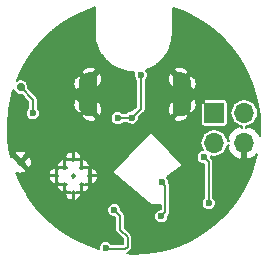
<source format=gbr>
G04 #@! TF.GenerationSoftware,KiCad,Pcbnew,6.0.0-rc1-unknown-bb2e402~84~ubuntu18.04.1*
G04 #@! TF.CreationDate,2019-10-28T15:28:56-04:00
G04 #@! TF.ProjectId,apd,6170642e-6b69-4636-9164-5f7063625858,rev?*
G04 #@! TF.SameCoordinates,Original*
G04 #@! TF.FileFunction,Copper,L2,Bot*
G04 #@! TF.FilePolarity,Positive*
%FSLAX46Y46*%
G04 Gerber Fmt 4.6, Leading zero omitted, Abs format (unit mm)*
G04 Created by KiCad (PCBNEW 6.0.0-rc1-unknown-bb2e402~84~ubuntu18.04.1) date Mon 28 Oct 2019 03:28:56 PM EDT*
%MOMM*%
%LPD*%
G04 APERTURE LIST*
%ADD10O,1.700000X1.700000*%
%ADD11R,1.700000X1.700000*%
%ADD12C,1.000000*%
%ADD13C,0.100000*%
%ADD14C,0.700000*%
%ADD15C,0.700000*%
%ADD16C,0.704800*%
%ADD17C,0.200000*%
%ADD18C,0.600000*%
%ADD19C,0.200000*%
G04 APERTURE END LIST*
D10*
X209340000Y-101320000D03*
X206800000Y-101320000D03*
X209340000Y-98780000D03*
D11*
X206800000Y-98780000D03*
D12*
X203875000Y-97200000D03*
D13*
G36*
X204000061Y-95324504D02*
G01*
X204027491Y-95327854D01*
X204027513Y-95327857D01*
X204070643Y-95335077D01*
X204070664Y-95335081D01*
X204113434Y-95344171D01*
X204113455Y-95344176D01*
X204155785Y-95355126D01*
X204155806Y-95355132D01*
X204197616Y-95367912D01*
X204197637Y-95367919D01*
X204238857Y-95382519D01*
X204238877Y-95382526D01*
X204279417Y-95398906D01*
X204279437Y-95398915D01*
X204319227Y-95417045D01*
X204319247Y-95417054D01*
X204358207Y-95436904D01*
X204358226Y-95436915D01*
X204396276Y-95458445D01*
X204396295Y-95458456D01*
X204433385Y-95481626D01*
X204433403Y-95481638D01*
X204469433Y-95506408D01*
X204469451Y-95506421D01*
X204504371Y-95532731D01*
X204504388Y-95532744D01*
X204538128Y-95560554D01*
X204538145Y-95560568D01*
X204570635Y-95589828D01*
X204570650Y-95589843D01*
X204601840Y-95620493D01*
X204601856Y-95620509D01*
X204631676Y-95652479D01*
X204631690Y-95652495D01*
X204660090Y-95685745D01*
X204660104Y-95685762D01*
X204687024Y-95720222D01*
X204687037Y-95720240D01*
X204712427Y-95755840D01*
X204712439Y-95755858D01*
X204736249Y-95792528D01*
X204736261Y-95792546D01*
X204758461Y-95830216D01*
X204758472Y-95830235D01*
X204778992Y-95868845D01*
X204779001Y-95868865D01*
X204797831Y-95908325D01*
X204797840Y-95908345D01*
X204814920Y-95948595D01*
X204814928Y-95948615D01*
X204830248Y-95989575D01*
X204830256Y-95989595D01*
X204843766Y-96031175D01*
X204843772Y-96031196D01*
X204855452Y-96073336D01*
X204855457Y-96073357D01*
X204865297Y-96115957D01*
X204865302Y-96115979D01*
X204873272Y-96158969D01*
X204873275Y-96158991D01*
X204875495Y-96174931D01*
X204875500Y-96175000D01*
X204875500Y-98225000D01*
X204875495Y-98225069D01*
X204873275Y-98240999D01*
X204873272Y-98241021D01*
X204865302Y-98284011D01*
X204865297Y-98284033D01*
X204855457Y-98326643D01*
X204855452Y-98326664D01*
X204843772Y-98368794D01*
X204843766Y-98368814D01*
X204830256Y-98410404D01*
X204830248Y-98410425D01*
X204814938Y-98451375D01*
X204814930Y-98451395D01*
X204797840Y-98491645D01*
X204797831Y-98491665D01*
X204779011Y-98531135D01*
X204779001Y-98531155D01*
X204758471Y-98569755D01*
X204758461Y-98569774D01*
X204736271Y-98607454D01*
X204736259Y-98607472D01*
X204712439Y-98644142D01*
X204712427Y-98644160D01*
X204687037Y-98679760D01*
X204687024Y-98679778D01*
X204660104Y-98714228D01*
X204660090Y-98714245D01*
X204631700Y-98747495D01*
X204631686Y-98747511D01*
X204601866Y-98779491D01*
X204601850Y-98779507D01*
X204570660Y-98810157D01*
X204570644Y-98810172D01*
X204538144Y-98839422D01*
X204538128Y-98839436D01*
X204504398Y-98867256D01*
X204504381Y-98867269D01*
X204469461Y-98893579D01*
X204469443Y-98893592D01*
X204433403Y-98918362D01*
X204433385Y-98918374D01*
X204396305Y-98941544D01*
X204396286Y-98941555D01*
X204358226Y-98963085D01*
X204358207Y-98963096D01*
X204319247Y-98982946D01*
X204319227Y-98982955D01*
X204279447Y-99001085D01*
X204279427Y-99001094D01*
X204238887Y-99017474D01*
X204238867Y-99017481D01*
X204197647Y-99032081D01*
X204197626Y-99032088D01*
X204155806Y-99044868D01*
X204155785Y-99044874D01*
X204113455Y-99055824D01*
X204113434Y-99055829D01*
X204070664Y-99064919D01*
X204070643Y-99064923D01*
X204027523Y-99072143D01*
X204027501Y-99072146D01*
X204000061Y-99075496D01*
X204000000Y-99075500D01*
X203325000Y-99075500D01*
X203324902Y-99075490D01*
X203324809Y-99075462D01*
X203324722Y-99075416D01*
X203324646Y-99075354D01*
X203324584Y-99075278D01*
X203324538Y-99075191D01*
X203324510Y-99075098D01*
X203324500Y-99075000D01*
X203324500Y-95325000D01*
X203324510Y-95324902D01*
X203324538Y-95324809D01*
X203324584Y-95324722D01*
X203324646Y-95324646D01*
X203324722Y-95324584D01*
X203324809Y-95324538D01*
X203324902Y-95324510D01*
X203325000Y-95324500D01*
X204000000Y-95324500D01*
X204000061Y-95324504D01*
X204000061Y-95324504D01*
G37*
D12*
X196325000Y-97200000D03*
D13*
G36*
X196875098Y-95324510D02*
G01*
X196875191Y-95324538D01*
X196875278Y-95324584D01*
X196875354Y-95324646D01*
X196875416Y-95324722D01*
X196875462Y-95324809D01*
X196875490Y-95324902D01*
X196875500Y-95325000D01*
X196875500Y-99075000D01*
X196875490Y-99075098D01*
X196875462Y-99075191D01*
X196875416Y-99075278D01*
X196875354Y-99075354D01*
X196875278Y-99075416D01*
X196875191Y-99075462D01*
X196875098Y-99075490D01*
X196875000Y-99075500D01*
X196200000Y-99075500D01*
X196199939Y-99075496D01*
X196172509Y-99072146D01*
X196172487Y-99072143D01*
X196129357Y-99064923D01*
X196129336Y-99064919D01*
X196086566Y-99055829D01*
X196086545Y-99055824D01*
X196044215Y-99044874D01*
X196044194Y-99044868D01*
X196002384Y-99032088D01*
X196002363Y-99032081D01*
X195961143Y-99017481D01*
X195961123Y-99017474D01*
X195920583Y-99001094D01*
X195920563Y-99001085D01*
X195880773Y-98982955D01*
X195880753Y-98982946D01*
X195841793Y-98963096D01*
X195841774Y-98963085D01*
X195803724Y-98941555D01*
X195803705Y-98941544D01*
X195766615Y-98918374D01*
X195766597Y-98918362D01*
X195730567Y-98893592D01*
X195730549Y-98893579D01*
X195695629Y-98867269D01*
X195695612Y-98867256D01*
X195661872Y-98839446D01*
X195661855Y-98839432D01*
X195629365Y-98810172D01*
X195629350Y-98810157D01*
X195598160Y-98779507D01*
X195598144Y-98779491D01*
X195568324Y-98747521D01*
X195568310Y-98747505D01*
X195539910Y-98714255D01*
X195539896Y-98714238D01*
X195512976Y-98679778D01*
X195512963Y-98679760D01*
X195487573Y-98644160D01*
X195487561Y-98644142D01*
X195463751Y-98607472D01*
X195463739Y-98607454D01*
X195441539Y-98569784D01*
X195441528Y-98569765D01*
X195421008Y-98531155D01*
X195420999Y-98531135D01*
X195402169Y-98491675D01*
X195402160Y-98491655D01*
X195385080Y-98451405D01*
X195385072Y-98451385D01*
X195369752Y-98410425D01*
X195369744Y-98410405D01*
X195356234Y-98368825D01*
X195356228Y-98368804D01*
X195344548Y-98326664D01*
X195344543Y-98326643D01*
X195334703Y-98284043D01*
X195334698Y-98284021D01*
X195326728Y-98241031D01*
X195326725Y-98241009D01*
X195324505Y-98225069D01*
X195324500Y-98225000D01*
X195324500Y-96175000D01*
X195324505Y-96174931D01*
X195326725Y-96159001D01*
X195326728Y-96158979D01*
X195334698Y-96115989D01*
X195334703Y-96115967D01*
X195344543Y-96073357D01*
X195344548Y-96073336D01*
X195356228Y-96031206D01*
X195356234Y-96031186D01*
X195369744Y-95989596D01*
X195369752Y-95989575D01*
X195385062Y-95948625D01*
X195385070Y-95948605D01*
X195402160Y-95908355D01*
X195402169Y-95908335D01*
X195420989Y-95868865D01*
X195420999Y-95868845D01*
X195441529Y-95830245D01*
X195441539Y-95830226D01*
X195463729Y-95792546D01*
X195463741Y-95792528D01*
X195487561Y-95755858D01*
X195487573Y-95755840D01*
X195512963Y-95720240D01*
X195512976Y-95720222D01*
X195539896Y-95685772D01*
X195539910Y-95685755D01*
X195568300Y-95652505D01*
X195568314Y-95652489D01*
X195598134Y-95620509D01*
X195598150Y-95620493D01*
X195629340Y-95589843D01*
X195629356Y-95589828D01*
X195661856Y-95560578D01*
X195661872Y-95560564D01*
X195695602Y-95532744D01*
X195695619Y-95532731D01*
X195730539Y-95506421D01*
X195730557Y-95506408D01*
X195766597Y-95481638D01*
X195766615Y-95481626D01*
X195803695Y-95458456D01*
X195803714Y-95458445D01*
X195841774Y-95436915D01*
X195841793Y-95436904D01*
X195880753Y-95417054D01*
X195880773Y-95417045D01*
X195920553Y-95398915D01*
X195920573Y-95398906D01*
X195961113Y-95382526D01*
X195961133Y-95382519D01*
X196002353Y-95367919D01*
X196002374Y-95367912D01*
X196044194Y-95355132D01*
X196044215Y-95355126D01*
X196086545Y-95344176D01*
X196086566Y-95344171D01*
X196129336Y-95335081D01*
X196129357Y-95335077D01*
X196172477Y-95327857D01*
X196172499Y-95327854D01*
X196199939Y-95324504D01*
X196200000Y-95324500D01*
X196875000Y-95324500D01*
X196875098Y-95324510D01*
X196875098Y-95324510D01*
G37*
D14*
X196105000Y-98300000D03*
D15*
X196352487Y-98547487D02*
X195857513Y-98052513D01*
D14*
X204095000Y-96100000D03*
D15*
X204342487Y-96347487D02*
X203847513Y-95852513D01*
D14*
X196105000Y-96100000D03*
D15*
X195857513Y-96347487D02*
X196352487Y-95852513D01*
D14*
X204095000Y-98300000D03*
D15*
X204342487Y-98052513D02*
X203847513Y-98547487D01*
D16*
X190410000Y-96595000D03*
X190410000Y-102945000D03*
D17*
X194873134Y-102692474D03*
X195580241Y-103399581D03*
X196287348Y-104106687D03*
X194166028Y-103399581D03*
X194873134Y-104106687D03*
X195580241Y-104813794D03*
X193458921Y-104106687D03*
X194166028Y-104813794D03*
X194873134Y-105520901D03*
D18*
X193400000Y-93500000D03*
X203465000Y-105590000D03*
X203465000Y-106440000D03*
X204315000Y-106440000D03*
X204315000Y-105590000D03*
X200540000Y-109241000D03*
X208330000Y-95780000D03*
X205339998Y-107850000D03*
X199379272Y-107070728D03*
X202830000Y-100140000D03*
X197940000Y-101660000D03*
X193920000Y-91830000D03*
X195100000Y-95270000D03*
X193390000Y-94390000D03*
X192440000Y-98840000D03*
X199840000Y-105710000D03*
X207390000Y-94080000D03*
X204240000Y-90670000D03*
X191910000Y-96620000D03*
X195060000Y-99910000D03*
X202950000Y-97259984D03*
X197206021Y-97242532D03*
X203708000Y-108966000D03*
X195600000Y-108770000D03*
X208840000Y-105360000D03*
X205737816Y-97770688D03*
X205050000Y-103680000D03*
X202380000Y-104650000D03*
X202323206Y-107534768D03*
X206340000Y-106415000D03*
X205910000Y-102520000D03*
X191460000Y-98810000D03*
X198340000Y-107000000D03*
X197631999Y-110220106D03*
X200600000Y-95569998D03*
X199840000Y-99170000D03*
X198629989Y-99220000D03*
D19*
X202679999Y-107177975D02*
X202323206Y-107534768D01*
X202679999Y-104949999D02*
X202679999Y-107177975D01*
X202380000Y-104650000D02*
X202679999Y-104949999D01*
X206340000Y-106415000D02*
X206340000Y-102950000D01*
X206340000Y-102950000D02*
X205910000Y-102520000D01*
X191460000Y-97645000D02*
X190410000Y-96595000D01*
X191460000Y-98810000D02*
X191460000Y-97645000D01*
X197711893Y-110300000D02*
X197631999Y-110220106D01*
X198820000Y-107480000D02*
X198820000Y-108650000D01*
X198340000Y-107000000D02*
X198820000Y-107480000D01*
X199470000Y-109300000D02*
X199470000Y-110120000D01*
X198820000Y-108650000D02*
X199470000Y-109300000D01*
X199290000Y-110300000D02*
X197711893Y-110300000D01*
X199470000Y-110120000D02*
X199290000Y-110300000D01*
X199790000Y-99220000D02*
X199840000Y-99170000D01*
X200600000Y-98410000D02*
X199840000Y-99170000D01*
X198629989Y-99220000D02*
X199790000Y-99220000D01*
X200600000Y-95569998D02*
X200600000Y-98410000D01*
G36*
X196675000Y-92015960D02*
G01*
X196675111Y-92017090D01*
X196675300Y-92044153D01*
X196676843Y-92058834D01*
X196676843Y-92073601D01*
X196677317Y-92078115D01*
X196742582Y-92659963D01*
X196748709Y-92688785D01*
X196754428Y-92717670D01*
X196755770Y-92722005D01*
X196932807Y-93280096D01*
X196944399Y-93307140D01*
X196955636Y-93334404D01*
X196957794Y-93338396D01*
X197239860Y-93851471D01*
X197256510Y-93875787D01*
X197272803Y-93900310D01*
X197275695Y-93903807D01*
X197652045Y-94352324D01*
X197673087Y-94372929D01*
X197693847Y-94393834D01*
X197697364Y-94396703D01*
X198153663Y-94763578D01*
X198178333Y-94779721D01*
X198202732Y-94796178D01*
X198206739Y-94798309D01*
X198725609Y-95069568D01*
X198752932Y-95080607D01*
X198780075Y-95092017D01*
X198784419Y-95093329D01*
X199346096Y-95258639D01*
X199375008Y-95264154D01*
X199403884Y-95270081D01*
X199408401Y-95270524D01*
X199991489Y-95323589D01*
X200020911Y-95323384D01*
X200050399Y-95323589D01*
X200052725Y-95323361D01*
X200023058Y-95394984D01*
X200000000Y-95510903D01*
X200000000Y-95629093D01*
X200023058Y-95745012D01*
X200068287Y-95854205D01*
X200133950Y-95952476D01*
X200200000Y-96018526D01*
X200200001Y-98244313D01*
X199874315Y-98570000D01*
X199780905Y-98570000D01*
X199664986Y-98593058D01*
X199555793Y-98638287D01*
X199457522Y-98703950D01*
X199373950Y-98787522D01*
X199352249Y-98820000D01*
X199078517Y-98820000D01*
X199012467Y-98753950D01*
X198914196Y-98688287D01*
X198805003Y-98643058D01*
X198689084Y-98620000D01*
X198570894Y-98620000D01*
X198454975Y-98643058D01*
X198345782Y-98688287D01*
X198247511Y-98753950D01*
X198163939Y-98837522D01*
X198098276Y-98935793D01*
X198053047Y-99044986D01*
X198029989Y-99160905D01*
X198029989Y-99279095D01*
X198053047Y-99395014D01*
X198098276Y-99504207D01*
X198163939Y-99602478D01*
X198247511Y-99686050D01*
X198345782Y-99751713D01*
X198454975Y-99796942D01*
X198570894Y-99820000D01*
X198689084Y-99820000D01*
X198805003Y-99796942D01*
X198914196Y-99751713D01*
X199012467Y-99686050D01*
X199078517Y-99620000D01*
X199441472Y-99620000D01*
X199457522Y-99636050D01*
X199555793Y-99701713D01*
X199664986Y-99746942D01*
X199780905Y-99770000D01*
X199899095Y-99770000D01*
X200015014Y-99746942D01*
X200124207Y-99701713D01*
X200222478Y-99636050D01*
X200306050Y-99552478D01*
X200371713Y-99454207D01*
X200416942Y-99345014D01*
X200440000Y-99229095D01*
X200440000Y-99135685D01*
X200868953Y-98706733D01*
X200884211Y-98694211D01*
X200905725Y-98667997D01*
X200927064Y-98641995D01*
X200934197Y-98633303D01*
X200971340Y-98563814D01*
X200994212Y-98488414D01*
X201000000Y-98429647D01*
X201000000Y-98429637D01*
X201001934Y-98410001D01*
X201000000Y-98390365D01*
X201000000Y-96018526D01*
X201066050Y-95952476D01*
X201108885Y-95888369D01*
X202877877Y-95888369D01*
X202903503Y-96076846D01*
X202965408Y-96256703D01*
X203061210Y-96421026D01*
X203308697Y-96668514D01*
X203308698Y-96668514D01*
X203403037Y-96762853D01*
X203392252Y-96771774D01*
X203369896Y-96794286D01*
X203347231Y-96816482D01*
X203344116Y-96820247D01*
X203316362Y-96854278D01*
X203298831Y-96880664D01*
X203280887Y-96906870D01*
X203278563Y-96911169D01*
X203257947Y-96949940D01*
X203245865Y-96979254D01*
X203233360Y-97008430D01*
X203231915Y-97013098D01*
X203219223Y-97055136D01*
X203213067Y-97086228D01*
X203206466Y-97117283D01*
X203205955Y-97122143D01*
X203201670Y-97165847D01*
X203201670Y-97181080D01*
X203200020Y-97196227D01*
X203200002Y-97201114D01*
X203200007Y-97202685D01*
X203201553Y-97217949D01*
X203201446Y-97233299D01*
X203201923Y-97238163D01*
X203206514Y-97281835D01*
X203212889Y-97312888D01*
X203218836Y-97344062D01*
X203220248Y-97348740D01*
X203233233Y-97390688D01*
X203245525Y-97419929D01*
X203257411Y-97449347D01*
X203259706Y-97453662D01*
X203280591Y-97492289D01*
X203298312Y-97518561D01*
X203315696Y-97545126D01*
X203318784Y-97548913D01*
X203346775Y-97582748D01*
X203369251Y-97605068D01*
X203391482Y-97627769D01*
X203395248Y-97630884D01*
X203402988Y-97637196D01*
X203308698Y-97731487D01*
X203308697Y-97731486D01*
X203061210Y-97978974D01*
X202965408Y-98143297D01*
X202903503Y-98323154D01*
X202877877Y-98511631D01*
X202889513Y-98701487D01*
X202937965Y-98885424D01*
X202992035Y-98978674D01*
X203179190Y-98998021D01*
X203323439Y-98853772D01*
X203331836Y-98866903D01*
X203351421Y-98891792D01*
X203370719Y-98917035D01*
X203374077Y-98920586D01*
X203418106Y-98966502D01*
X203422914Y-98970623D01*
X203428227Y-98976910D01*
X203431755Y-98980292D01*
X203477977Y-99023999D01*
X203503037Y-99043436D01*
X203527836Y-99063232D01*
X203531953Y-99065865D01*
X203541139Y-99071650D01*
X203396979Y-99215810D01*
X203416326Y-99402965D01*
X203509576Y-99457035D01*
X203693513Y-99505487D01*
X203883369Y-99517123D01*
X204071846Y-99491497D01*
X204251703Y-99429592D01*
X204416026Y-99333790D01*
X204663514Y-99086303D01*
X204481075Y-98903864D01*
X204590927Y-98794007D01*
X204698864Y-98686075D01*
X204881303Y-98868514D01*
X205128790Y-98621026D01*
X205224592Y-98456703D01*
X205286497Y-98276846D01*
X205312123Y-98088369D01*
X205302417Y-97930000D01*
X205648549Y-97930000D01*
X205648549Y-99630000D01*
X205654341Y-99688810D01*
X205671496Y-99745360D01*
X205699353Y-99797477D01*
X205736842Y-99843158D01*
X205782523Y-99880647D01*
X205834640Y-99908504D01*
X205891190Y-99925659D01*
X205950000Y-99931451D01*
X207650000Y-99931451D01*
X207708810Y-99925659D01*
X207765360Y-99908504D01*
X207817477Y-99880647D01*
X207863158Y-99843158D01*
X207900647Y-99797477D01*
X207928504Y-99745360D01*
X207945659Y-99688810D01*
X207951451Y-99630000D01*
X207951451Y-97930000D01*
X207945659Y-97871190D01*
X207928504Y-97814640D01*
X207900647Y-97762523D01*
X207863158Y-97716842D01*
X207817477Y-97679353D01*
X207765360Y-97651496D01*
X207708810Y-97634341D01*
X207650000Y-97628549D01*
X205950000Y-97628549D01*
X205891190Y-97634341D01*
X205834640Y-97651496D01*
X205782523Y-97679353D01*
X205736842Y-97716842D01*
X205699353Y-97762523D01*
X205671496Y-97814640D01*
X205654341Y-97871190D01*
X205648549Y-97930000D01*
X205302417Y-97930000D01*
X205300487Y-97898513D01*
X205252035Y-97714576D01*
X205197965Y-97621326D01*
X205010810Y-97601979D01*
X204866558Y-97746231D01*
X204858147Y-97733080D01*
X204838544Y-97708169D01*
X204819264Y-97682952D01*
X204815906Y-97679401D01*
X204771875Y-97633485D01*
X204767103Y-97629395D01*
X204761772Y-97623087D01*
X204758245Y-97619705D01*
X204712023Y-97575998D01*
X204686961Y-97556560D01*
X204662166Y-97536767D01*
X204658049Y-97534134D01*
X204648862Y-97528349D01*
X204793021Y-97384190D01*
X204773981Y-97200000D01*
X204793021Y-97015810D01*
X204648771Y-96871560D01*
X204661906Y-96863161D01*
X204686790Y-96843580D01*
X204712041Y-96824275D01*
X204715592Y-96820917D01*
X204761507Y-96776887D01*
X204765612Y-96772098D01*
X204771907Y-96766778D01*
X204775290Y-96763251D01*
X204818998Y-96717029D01*
X204838430Y-96691976D01*
X204858228Y-96667175D01*
X204860861Y-96663057D01*
X204866651Y-96653862D01*
X205010810Y-96798021D01*
X205197965Y-96778674D01*
X205252035Y-96685424D01*
X205300487Y-96501487D01*
X205312123Y-96311631D01*
X205286497Y-96123154D01*
X205224592Y-95943297D01*
X205128790Y-95778974D01*
X204881303Y-95531486D01*
X204698864Y-95713925D01*
X204588776Y-95603842D01*
X204481075Y-95496136D01*
X204663514Y-95313697D01*
X204416026Y-95066210D01*
X204251703Y-94970408D01*
X204071846Y-94908503D01*
X203883369Y-94882877D01*
X203693513Y-94894513D01*
X203509576Y-94942965D01*
X203416326Y-94997035D01*
X203396979Y-95184190D01*
X203541229Y-95328440D01*
X203528082Y-95336847D01*
X203503171Y-95356450D01*
X203477949Y-95375733D01*
X203474398Y-95379091D01*
X203428482Y-95423122D01*
X203424372Y-95427918D01*
X203418095Y-95433222D01*
X203414713Y-95436749D01*
X203371006Y-95482970D01*
X203351586Y-95508006D01*
X203331774Y-95532825D01*
X203329141Y-95536943D01*
X203323350Y-95546139D01*
X203179190Y-95401979D01*
X202992035Y-95421326D01*
X202937965Y-95514576D01*
X202889513Y-95698513D01*
X202877877Y-95888369D01*
X201108885Y-95888369D01*
X201131713Y-95854205D01*
X201176942Y-95745012D01*
X201200000Y-95629093D01*
X201200000Y-95510903D01*
X201176942Y-95394984D01*
X201131713Y-95285791D01*
X201066050Y-95187520D01*
X201026460Y-95147930D01*
X201258653Y-95076054D01*
X201285805Y-95064640D01*
X201313117Y-95053605D01*
X201317125Y-95051475D01*
X201832156Y-94772999D01*
X201856551Y-94756544D01*
X201881225Y-94740398D01*
X201884742Y-94737530D01*
X202335875Y-94364320D01*
X202356639Y-94343410D01*
X202377676Y-94322809D01*
X202380569Y-94319313D01*
X202750621Y-93865584D01*
X202766927Y-93841042D01*
X202783563Y-93816745D01*
X202785722Y-93812753D01*
X203060596Y-93295789D01*
X203071824Y-93268549D01*
X203083425Y-93241481D01*
X203084767Y-93237146D01*
X203253994Y-92676638D01*
X203259714Y-92647748D01*
X203265839Y-92618931D01*
X203266314Y-92614418D01*
X203323449Y-92031715D01*
X203323449Y-92031708D01*
X203325000Y-92015961D01*
X203325000Y-89857765D01*
X204126058Y-90137546D01*
X205281024Y-90704671D01*
X206359481Y-91406436D01*
X207345825Y-92232683D01*
X208225765Y-93171447D01*
X208986549Y-94209120D01*
X209617161Y-95330678D01*
X210108464Y-96519870D01*
X210453346Y-97759482D01*
X210646803Y-99031531D01*
X210686040Y-100317622D01*
X210651649Y-100699027D01*
X210603473Y-100592389D01*
X210437246Y-100359878D01*
X210228852Y-100164264D01*
X209986300Y-100013065D01*
X209718911Y-99912091D01*
X209494002Y-100022149D01*
X209494002Y-99920396D01*
X209565439Y-99913360D01*
X209782215Y-99847602D01*
X209981997Y-99740816D01*
X210157107Y-99597107D01*
X210300816Y-99421997D01*
X210407602Y-99222215D01*
X210473360Y-99005439D01*
X210495564Y-98780000D01*
X210473360Y-98554561D01*
X210407602Y-98337785D01*
X210300816Y-98138003D01*
X210157107Y-97962893D01*
X209981997Y-97819184D01*
X209782215Y-97712398D01*
X209565439Y-97646640D01*
X209396492Y-97630000D01*
X209283508Y-97630000D01*
X209114561Y-97646640D01*
X208897785Y-97712398D01*
X208698003Y-97819184D01*
X208522893Y-97962893D01*
X208379184Y-98138003D01*
X208272398Y-98337785D01*
X208206640Y-98554561D01*
X208184436Y-98780000D01*
X208206640Y-99005439D01*
X208272398Y-99222215D01*
X208379184Y-99421997D01*
X208522893Y-99597107D01*
X208698003Y-99740816D01*
X208897785Y-99847602D01*
X209114561Y-99913360D01*
X209185998Y-99920396D01*
X209185998Y-100022149D01*
X208961089Y-99912091D01*
X208693700Y-100013065D01*
X208451148Y-100164264D01*
X208242754Y-100359878D01*
X208076527Y-100592389D01*
X207958854Y-100852861D01*
X207932097Y-100941090D01*
X208043110Y-101165998D01*
X207940396Y-101165998D01*
X207933360Y-101094561D01*
X207867602Y-100877785D01*
X207760816Y-100678003D01*
X207617107Y-100502893D01*
X207441997Y-100359184D01*
X207242215Y-100252398D01*
X207025439Y-100186640D01*
X206856492Y-100170000D01*
X206743508Y-100170000D01*
X206574561Y-100186640D01*
X206357785Y-100252398D01*
X206158003Y-100359184D01*
X205982893Y-100502893D01*
X205839184Y-100678003D01*
X205732398Y-100877785D01*
X205666640Y-101094561D01*
X205644436Y-101320000D01*
X205666640Y-101545439D01*
X205732398Y-101762215D01*
X205820020Y-101926144D01*
X205734986Y-101943058D01*
X205625793Y-101988287D01*
X205527522Y-102053950D01*
X205443950Y-102137522D01*
X205378287Y-102235793D01*
X205333058Y-102344986D01*
X205310000Y-102460905D01*
X205310000Y-102579095D01*
X205333058Y-102695014D01*
X205378287Y-102804207D01*
X205443950Y-102902478D01*
X205527522Y-102986050D01*
X205625793Y-103051713D01*
X205734986Y-103096942D01*
X205850905Y-103120000D01*
X205940001Y-103120000D01*
X205940000Y-105966472D01*
X205873950Y-106032522D01*
X205808287Y-106130793D01*
X205763058Y-106239986D01*
X205740000Y-106355905D01*
X205740000Y-106474095D01*
X205763058Y-106590014D01*
X205808287Y-106699207D01*
X205873950Y-106797478D01*
X205957522Y-106881050D01*
X206055793Y-106946713D01*
X206164986Y-106991942D01*
X206280905Y-107015000D01*
X206399095Y-107015000D01*
X206515014Y-106991942D01*
X206624207Y-106946713D01*
X206722478Y-106881050D01*
X206806050Y-106797478D01*
X206871713Y-106699207D01*
X206916942Y-106590014D01*
X206940000Y-106474095D01*
X206940000Y-106355905D01*
X206916942Y-106239986D01*
X206871713Y-106130793D01*
X206806050Y-106032522D01*
X206740000Y-105966472D01*
X206740000Y-102969647D01*
X206741935Y-102950000D01*
X206738232Y-102912397D01*
X206734212Y-102871586D01*
X206711340Y-102796186D01*
X206674197Y-102726697D01*
X206655475Y-102703884D01*
X206636735Y-102681049D01*
X206636733Y-102681047D01*
X206624211Y-102665789D01*
X206608953Y-102653267D01*
X206510000Y-102554314D01*
X206510000Y-102460905D01*
X206504257Y-102432034D01*
X206574561Y-102453360D01*
X206743508Y-102470000D01*
X206856492Y-102470000D01*
X207025439Y-102453360D01*
X207242215Y-102387602D01*
X207441997Y-102280816D01*
X207617107Y-102137107D01*
X207760816Y-101961997D01*
X207867602Y-101762215D01*
X207933360Y-101545439D01*
X207940396Y-101474002D01*
X208043110Y-101474002D01*
X207932097Y-101698910D01*
X207958854Y-101787139D01*
X208076527Y-102047611D01*
X208242754Y-102280122D01*
X208451148Y-102475736D01*
X208693700Y-102626935D01*
X208961089Y-102727909D01*
X209186000Y-102617850D01*
X209186000Y-101474000D01*
X209166000Y-101474000D01*
X209166000Y-101166000D01*
X209186000Y-101166000D01*
X209186000Y-101146000D01*
X209494000Y-101146000D01*
X209494000Y-101166000D01*
X209514000Y-101166000D01*
X209514000Y-101474000D01*
X209494000Y-101474000D01*
X209494000Y-102617850D01*
X209718911Y-102727909D01*
X209986300Y-102626935D01*
X210228852Y-102475736D01*
X210422033Y-102294402D01*
X210301817Y-102857436D01*
X209883922Y-104074365D01*
X209322852Y-105232282D01*
X208626741Y-106314403D01*
X207805670Y-107305058D01*
X206871523Y-108189904D01*
X205837853Y-108956105D01*
X204719612Y-109592581D01*
X203533002Y-110090107D01*
X202295228Y-110441470D01*
X201024194Y-110641588D01*
X199738327Y-110687557D01*
X199457998Y-110663759D01*
X199513303Y-110634197D01*
X199574211Y-110584211D01*
X199586738Y-110568947D01*
X199738943Y-110416741D01*
X199754211Y-110404211D01*
X199804197Y-110343303D01*
X199841340Y-110273814D01*
X199864212Y-110198414D01*
X199870000Y-110139647D01*
X199870000Y-110139637D01*
X199871934Y-110120001D01*
X199870000Y-110100365D01*
X199870000Y-109319647D01*
X199871935Y-109300000D01*
X199864212Y-109221586D01*
X199841340Y-109146186D01*
X199804197Y-109076697D01*
X199766735Y-109031049D01*
X199766733Y-109031047D01*
X199754211Y-109015789D01*
X199738954Y-109003268D01*
X199220000Y-108484315D01*
X199220000Y-107499647D01*
X199221935Y-107480000D01*
X199214212Y-107401586D01*
X199191340Y-107326186D01*
X199154197Y-107256697D01*
X199147873Y-107248991D01*
X199104211Y-107195789D01*
X199088949Y-107183264D01*
X198940000Y-107034315D01*
X198940000Y-106940905D01*
X198916942Y-106824986D01*
X198871713Y-106715793D01*
X198806050Y-106617522D01*
X198722478Y-106533950D01*
X198624207Y-106468287D01*
X198515014Y-106423058D01*
X198399095Y-106400000D01*
X198280905Y-106400000D01*
X198164986Y-106423058D01*
X198055793Y-106468287D01*
X197957522Y-106533950D01*
X197873950Y-106617522D01*
X197808287Y-106715793D01*
X197763058Y-106824986D01*
X197740000Y-106940905D01*
X197740000Y-107059095D01*
X197763058Y-107175014D01*
X197808287Y-107284207D01*
X197873950Y-107382478D01*
X197957522Y-107466050D01*
X198055793Y-107531713D01*
X198164986Y-107576942D01*
X198280905Y-107600000D01*
X198374315Y-107600000D01*
X198420000Y-107645685D01*
X198420001Y-108630344D01*
X198418065Y-108650000D01*
X198425788Y-108728413D01*
X198448661Y-108803814D01*
X198485803Y-108873302D01*
X198523265Y-108918950D01*
X198523268Y-108918953D01*
X198535790Y-108934211D01*
X198551047Y-108946732D01*
X199070000Y-109465686D01*
X199070001Y-109900000D01*
X198139725Y-109900000D01*
X198098049Y-109837628D01*
X198014477Y-109754056D01*
X197916206Y-109688393D01*
X197807013Y-109643164D01*
X197691094Y-109620106D01*
X197572904Y-109620106D01*
X197456985Y-109643164D01*
X197347792Y-109688393D01*
X197249521Y-109754056D01*
X197165949Y-109837628D01*
X197100286Y-109935899D01*
X197055057Y-110045092D01*
X197031999Y-110161011D01*
X197031999Y-110261094D01*
X195977441Y-109905118D01*
X194816605Y-109350122D01*
X193730851Y-108659684D01*
X192735911Y-107843812D01*
X191846192Y-106914317D01*
X191074584Y-105884668D01*
X190957420Y-105681302D01*
X194180026Y-105681302D01*
X194224637Y-105813439D01*
X194294169Y-105934333D01*
X194385950Y-106039339D01*
X194496453Y-106124422D01*
X194621432Y-106186312D01*
X194712733Y-106214009D01*
X194823134Y-106078088D01*
X194823134Y-105570901D01*
X194923134Y-105570901D01*
X194923134Y-106078088D01*
X195033535Y-106214009D01*
X195165672Y-106169398D01*
X195286566Y-106099866D01*
X195391572Y-106008085D01*
X195476655Y-105897582D01*
X195538545Y-105772603D01*
X195566242Y-105681302D01*
X195430321Y-105570901D01*
X194923134Y-105570901D01*
X194823134Y-105570901D01*
X194315947Y-105570901D01*
X194180026Y-105681302D01*
X190957420Y-105681302D01*
X190550035Y-104974195D01*
X193472920Y-104974195D01*
X193517531Y-105106332D01*
X193587063Y-105227226D01*
X193678844Y-105332232D01*
X193789347Y-105417315D01*
X193914326Y-105479205D01*
X194005627Y-105506902D01*
X194116028Y-105370981D01*
X194116028Y-104863794D01*
X193608841Y-104863794D01*
X193472920Y-104974195D01*
X190550035Y-104974195D01*
X190432264Y-104769778D01*
X190218394Y-104267088D01*
X192765813Y-104267088D01*
X192810424Y-104399225D01*
X192879956Y-104520119D01*
X192971737Y-104625125D01*
X193082240Y-104710208D01*
X193207219Y-104772098D01*
X193298520Y-104799795D01*
X193408921Y-104663874D01*
X193408921Y-104156687D01*
X192901734Y-104156687D01*
X192765813Y-104267088D01*
X190218394Y-104267088D01*
X190081908Y-103946286D01*
X192765813Y-103946286D01*
X192901734Y-104056687D01*
X193408921Y-104056687D01*
X193408921Y-103927080D01*
X193420736Y-103927080D01*
X193508921Y-104015265D01*
X193508921Y-104056687D01*
X193550343Y-104056687D01*
X193600343Y-104106687D01*
X193550343Y-104156687D01*
X193508921Y-104156687D01*
X193508921Y-104198109D01*
X193420736Y-104286294D01*
X193508921Y-104374479D01*
X193508921Y-104545323D01*
X193500617Y-104562092D01*
X193472920Y-104653393D01*
X193553705Y-104719010D01*
X193619322Y-104799795D01*
X193725956Y-104763794D01*
X193898236Y-104763794D01*
X193986421Y-104851979D01*
X194074606Y-104763794D01*
X194116028Y-104763794D01*
X194116028Y-104722372D01*
X194166028Y-104672372D01*
X194216028Y-104722372D01*
X194216028Y-104763794D01*
X194257450Y-104763794D01*
X194307450Y-104813794D01*
X194257450Y-104863794D01*
X194216028Y-104863794D01*
X194216028Y-104905216D01*
X194127843Y-104993401D01*
X194216028Y-105081586D01*
X194216028Y-105252428D01*
X194207723Y-105269199D01*
X194180026Y-105360500D01*
X194260814Y-105426119D01*
X194326429Y-105506902D01*
X194433063Y-105470901D01*
X194605342Y-105470901D01*
X194693527Y-105559086D01*
X194781712Y-105470901D01*
X194823134Y-105470901D01*
X194823134Y-105429479D01*
X194873134Y-105379479D01*
X194923134Y-105429479D01*
X194923134Y-105470901D01*
X194964556Y-105470901D01*
X195052741Y-105559086D01*
X195140926Y-105470901D01*
X195311770Y-105470901D01*
X195328539Y-105479205D01*
X195419840Y-105506902D01*
X195485457Y-105426117D01*
X195566242Y-105360500D01*
X195530241Y-105253866D01*
X195530241Y-105081586D01*
X195618426Y-104993401D01*
X195530241Y-104905216D01*
X195530241Y-104863794D01*
X195630241Y-104863794D01*
X195630241Y-105370981D01*
X195740642Y-105506902D01*
X195872779Y-105462291D01*
X195993673Y-105392759D01*
X196098679Y-105300978D01*
X196183762Y-105190475D01*
X196245652Y-105065496D01*
X196273349Y-104974195D01*
X196137428Y-104863794D01*
X195630241Y-104863794D01*
X195530241Y-104863794D01*
X195488819Y-104863794D01*
X195438819Y-104813794D01*
X195488819Y-104763794D01*
X195530241Y-104763794D01*
X195530241Y-104722372D01*
X195580241Y-104672372D01*
X195630241Y-104722372D01*
X195630241Y-104763794D01*
X195671663Y-104763794D01*
X195759848Y-104851979D01*
X195848033Y-104763794D01*
X196018877Y-104763794D01*
X196035646Y-104772098D01*
X196126947Y-104799795D01*
X196192564Y-104719010D01*
X196273349Y-104653393D01*
X196237348Y-104546759D01*
X196237348Y-104374479D01*
X196325533Y-104286294D01*
X196237348Y-104198109D01*
X196237348Y-104156687D01*
X196337348Y-104156687D01*
X196337348Y-104663874D01*
X196447749Y-104799795D01*
X196579886Y-104755184D01*
X196700780Y-104685652D01*
X196805786Y-104593871D01*
X196890869Y-104483368D01*
X196952759Y-104358389D01*
X196980456Y-104267088D01*
X196844535Y-104156687D01*
X196337348Y-104156687D01*
X196237348Y-104156687D01*
X196195926Y-104156687D01*
X196145926Y-104106687D01*
X196195926Y-104056687D01*
X196237348Y-104056687D01*
X196237348Y-104015265D01*
X196325533Y-103927080D01*
X196237348Y-103838895D01*
X196237348Y-103668052D01*
X196245652Y-103651283D01*
X196273349Y-103559982D01*
X196260444Y-103549500D01*
X196337348Y-103549500D01*
X196337348Y-104056687D01*
X196844535Y-104056687D01*
X196980456Y-103946286D01*
X196935845Y-103814149D01*
X196907981Y-103765702D01*
X198213462Y-103765702D01*
X198216977Y-103784988D01*
X198224187Y-103803217D01*
X198234815Y-103819690D01*
X198248452Y-103833772D01*
X201462202Y-106558772D01*
X201471487Y-106565759D01*
X201488794Y-106574965D01*
X201507565Y-106580618D01*
X201527078Y-106582500D01*
X202280000Y-106580973D01*
X202280000Y-106934768D01*
X202264111Y-106934768D01*
X202148192Y-106957826D01*
X202038999Y-107003055D01*
X201940728Y-107068718D01*
X201857156Y-107152290D01*
X201791493Y-107250561D01*
X201746264Y-107359754D01*
X201723206Y-107475673D01*
X201723206Y-107593863D01*
X201746264Y-107709782D01*
X201791493Y-107818975D01*
X201857156Y-107917246D01*
X201940728Y-108000818D01*
X202038999Y-108066481D01*
X202148192Y-108111710D01*
X202264111Y-108134768D01*
X202382301Y-108134768D01*
X202498220Y-108111710D01*
X202607413Y-108066481D01*
X202705684Y-108000818D01*
X202789256Y-107917246D01*
X202854919Y-107818975D01*
X202900148Y-107709782D01*
X202923206Y-107593863D01*
X202923206Y-107500453D01*
X202948947Y-107474712D01*
X202964210Y-107462186D01*
X203014196Y-107401278D01*
X203051339Y-107331789D01*
X203074211Y-107256389D01*
X203079999Y-107197622D01*
X203079999Y-107197612D01*
X203081933Y-107177976D01*
X203079999Y-107158340D01*
X203079999Y-104969646D01*
X203081934Y-104949999D01*
X203074211Y-104871585D01*
X203051339Y-104796185D01*
X203014196Y-104726696D01*
X203008816Y-104720141D01*
X202980000Y-104685028D01*
X202980000Y-104590905D01*
X202956942Y-104474986D01*
X202911713Y-104365793D01*
X202846050Y-104267522D01*
X202829315Y-104250787D01*
X202835399Y-104184626D01*
X204108300Y-103271247D01*
X204120039Y-103261376D01*
X204132618Y-103246340D01*
X204142022Y-103229140D01*
X204147890Y-103210435D01*
X204149996Y-103190945D01*
X204148259Y-103171419D01*
X204142746Y-103152607D01*
X204133668Y-103135231D01*
X204121376Y-103119961D01*
X201501376Y-100449961D01*
X201483969Y-100435814D01*
X201466508Y-100426902D01*
X201447644Y-100421569D01*
X201428102Y-100420018D01*
X201408633Y-100422309D01*
X201389985Y-100428355D01*
X201372875Y-100437922D01*
X201357960Y-100450644D01*
X198241085Y-103688144D01*
X198225701Y-103708950D01*
X198217910Y-103726938D01*
X198213777Y-103746101D01*
X198213462Y-103765702D01*
X196907981Y-103765702D01*
X196866313Y-103693255D01*
X196774532Y-103588249D01*
X196664029Y-103503166D01*
X196539050Y-103441276D01*
X196447749Y-103413579D01*
X196337348Y-103549500D01*
X196260444Y-103549500D01*
X196192566Y-103494367D01*
X196126947Y-103413579D01*
X196020310Y-103449581D01*
X195848033Y-103449581D01*
X195759848Y-103361396D01*
X195671663Y-103449581D01*
X195630241Y-103449581D01*
X195630241Y-103491003D01*
X195580241Y-103541003D01*
X195530241Y-103491003D01*
X195530241Y-103449581D01*
X195488819Y-103449581D01*
X195438819Y-103399581D01*
X195488819Y-103349581D01*
X195530241Y-103349581D01*
X195530241Y-103308159D01*
X195618426Y-103219974D01*
X195530241Y-103131789D01*
X195530241Y-102960945D01*
X195538545Y-102944176D01*
X195566242Y-102852875D01*
X195553339Y-102842394D01*
X195630241Y-102842394D01*
X195630241Y-103349581D01*
X196137428Y-103349581D01*
X196273349Y-103239180D01*
X196228738Y-103107043D01*
X196159206Y-102986149D01*
X196067425Y-102881143D01*
X195956922Y-102796060D01*
X195831943Y-102734170D01*
X195740642Y-102706473D01*
X195630241Y-102842394D01*
X195553339Y-102842394D01*
X195485457Y-102787258D01*
X195419840Y-102706473D01*
X195313206Y-102742474D01*
X195140926Y-102742474D01*
X195052741Y-102654289D01*
X194964556Y-102742474D01*
X194923134Y-102742474D01*
X194923134Y-102783896D01*
X194873134Y-102833896D01*
X194823134Y-102783896D01*
X194823134Y-102742474D01*
X194781712Y-102742474D01*
X194693527Y-102654289D01*
X194605342Y-102742474D01*
X194434499Y-102742474D01*
X194417730Y-102734170D01*
X194326429Y-102706473D01*
X194260814Y-102787256D01*
X194180026Y-102852875D01*
X194216028Y-102959512D01*
X194216028Y-103131790D01*
X194127843Y-103219974D01*
X194216028Y-103308159D01*
X194216028Y-103349581D01*
X194257450Y-103349581D01*
X194307450Y-103399581D01*
X194257450Y-103449581D01*
X194216028Y-103449581D01*
X194216028Y-103491003D01*
X194166028Y-103541003D01*
X194116028Y-103491003D01*
X194116028Y-103449581D01*
X194074606Y-103449581D01*
X193986421Y-103361396D01*
X193898237Y-103449581D01*
X193727394Y-103449581D01*
X193710623Y-103441276D01*
X193619322Y-103413579D01*
X193553703Y-103494367D01*
X193472920Y-103559982D01*
X193508921Y-103666616D01*
X193508921Y-103838895D01*
X193420736Y-103927080D01*
X193408921Y-103927080D01*
X193408921Y-103549500D01*
X193298520Y-103413579D01*
X193166383Y-103458190D01*
X193045489Y-103527722D01*
X192940483Y-103619503D01*
X192855400Y-103730006D01*
X192793510Y-103854985D01*
X192765813Y-103946286D01*
X190081908Y-103946286D01*
X190031755Y-103828407D01*
X190151005Y-103874643D01*
X190337346Y-103907307D01*
X190526479Y-103902991D01*
X190711136Y-103861860D01*
X190845383Y-103806253D01*
X190865609Y-103618398D01*
X190410000Y-103162789D01*
X190395858Y-103176931D01*
X190178069Y-102959142D01*
X190192211Y-102945000D01*
X190627789Y-102945000D01*
X191083398Y-103400609D01*
X191271253Y-103380383D01*
X191326000Y-103239180D01*
X193472920Y-103239180D01*
X193608841Y-103349581D01*
X194116028Y-103349581D01*
X194116028Y-102842394D01*
X194005627Y-102706473D01*
X193873490Y-102751084D01*
X193752596Y-102820616D01*
X193647590Y-102912397D01*
X193562507Y-103022900D01*
X193500617Y-103147879D01*
X193472920Y-103239180D01*
X191326000Y-103239180D01*
X191339643Y-103203995D01*
X191372307Y-103017654D01*
X191367991Y-102828521D01*
X191326860Y-102643864D01*
X191280555Y-102532073D01*
X194180026Y-102532073D01*
X194315947Y-102642474D01*
X194823134Y-102642474D01*
X194823134Y-102135287D01*
X194923134Y-102135287D01*
X194923134Y-102642474D01*
X195430321Y-102642474D01*
X195566242Y-102532073D01*
X195521631Y-102399936D01*
X195452099Y-102279042D01*
X195360318Y-102174036D01*
X195249815Y-102088953D01*
X195124836Y-102027063D01*
X195033535Y-101999366D01*
X194923134Y-102135287D01*
X194823134Y-102135287D01*
X194712733Y-101999366D01*
X194580596Y-102043977D01*
X194459702Y-102113509D01*
X194354696Y-102205290D01*
X194269613Y-102315793D01*
X194207723Y-102440772D01*
X194180026Y-102532073D01*
X191280555Y-102532073D01*
X191271253Y-102509617D01*
X191083398Y-102489391D01*
X190627789Y-102945000D01*
X190192211Y-102945000D01*
X189736602Y-102489391D01*
X189614882Y-102502496D01*
X189570691Y-102349867D01*
X189557949Y-102271602D01*
X189954391Y-102271602D01*
X190410000Y-102727211D01*
X190865609Y-102271602D01*
X190845383Y-102083747D01*
X190668995Y-102015357D01*
X190482654Y-101982693D01*
X190293521Y-101987009D01*
X190108864Y-102028140D01*
X189974617Y-102083747D01*
X189954391Y-102271602D01*
X189557949Y-102271602D01*
X189363921Y-101079900D01*
X189311219Y-99794301D01*
X189413347Y-98511665D01*
X189668825Y-97250604D01*
X189805167Y-96839608D01*
X189831850Y-96904027D01*
X189903248Y-97010881D01*
X189994119Y-97101752D01*
X190100973Y-97173150D01*
X190219702Y-97222329D01*
X190345744Y-97247400D01*
X190474256Y-97247400D01*
X190492989Y-97243674D01*
X191060001Y-97810687D01*
X191060000Y-98361472D01*
X190993950Y-98427522D01*
X190928287Y-98525793D01*
X190883058Y-98634986D01*
X190860000Y-98750905D01*
X190860000Y-98869095D01*
X190883058Y-98985014D01*
X190928287Y-99094207D01*
X190993950Y-99192478D01*
X191077522Y-99276050D01*
X191175793Y-99341713D01*
X191284986Y-99386942D01*
X191400905Y-99410000D01*
X191519095Y-99410000D01*
X191635014Y-99386942D01*
X191744207Y-99341713D01*
X191842478Y-99276050D01*
X191926050Y-99192478D01*
X191991713Y-99094207D01*
X192036942Y-98985014D01*
X192060000Y-98869095D01*
X192060000Y-98750905D01*
X192036942Y-98634986D01*
X191991713Y-98525793D01*
X191926050Y-98427522D01*
X191860000Y-98361472D01*
X191860000Y-97664635D01*
X191861934Y-97644999D01*
X191860000Y-97625363D01*
X191860000Y-97625353D01*
X191854212Y-97566586D01*
X191831340Y-97491186D01*
X191794197Y-97421697D01*
X191770874Y-97393278D01*
X191756735Y-97376049D01*
X191756733Y-97376047D01*
X191744211Y-97360789D01*
X191728953Y-97348267D01*
X191058674Y-96677989D01*
X191062400Y-96659256D01*
X191062400Y-96530744D01*
X191037329Y-96404702D01*
X190998778Y-96311631D01*
X194887877Y-96311631D01*
X194899513Y-96501487D01*
X194947965Y-96685424D01*
X195002035Y-96778674D01*
X195189190Y-96798021D01*
X195333442Y-96653769D01*
X195341853Y-96666920D01*
X195361472Y-96691851D01*
X195380736Y-96717048D01*
X195384094Y-96720599D01*
X195428124Y-96766515D01*
X195432896Y-96770605D01*
X195438227Y-96776913D01*
X195441755Y-96780295D01*
X195487977Y-96824002D01*
X195513038Y-96843440D01*
X195537834Y-96863233D01*
X195541949Y-96865865D01*
X195541952Y-96865867D01*
X195541955Y-96865868D01*
X195551138Y-96871651D01*
X195406979Y-97015810D01*
X195426019Y-97200000D01*
X195406979Y-97384190D01*
X195551229Y-97528440D01*
X195538094Y-97536839D01*
X195513173Y-97556448D01*
X195487959Y-97575725D01*
X195484408Y-97579083D01*
X195438492Y-97623113D01*
X195434385Y-97627905D01*
X195428093Y-97633222D01*
X195424710Y-97636749D01*
X195381002Y-97682971D01*
X195361570Y-97708024D01*
X195341772Y-97732825D01*
X195339139Y-97736943D01*
X195333349Y-97746138D01*
X195189190Y-97601979D01*
X195002035Y-97621326D01*
X194947965Y-97714576D01*
X194899513Y-97898513D01*
X194887877Y-98088369D01*
X194913503Y-98276846D01*
X194975408Y-98456703D01*
X195071210Y-98621026D01*
X195318697Y-98868514D01*
X195501136Y-98686075D01*
X195609073Y-98794007D01*
X195718925Y-98903864D01*
X195536486Y-99086303D01*
X195783974Y-99333790D01*
X195948297Y-99429592D01*
X196128154Y-99491497D01*
X196316631Y-99517123D01*
X196506487Y-99505487D01*
X196690424Y-99457035D01*
X196783674Y-99402965D01*
X196803021Y-99215810D01*
X196658771Y-99071560D01*
X196671918Y-99063153D01*
X196696829Y-99043550D01*
X196722051Y-99024267D01*
X196725602Y-99020909D01*
X196771518Y-98976879D01*
X196775632Y-98972079D01*
X196781905Y-98966778D01*
X196785287Y-98963250D01*
X196828994Y-98917030D01*
X196848414Y-98891994D01*
X196868226Y-98867175D01*
X196870859Y-98863057D01*
X196876650Y-98853861D01*
X197020810Y-98998021D01*
X197207965Y-98978674D01*
X197262035Y-98885424D01*
X197310487Y-98701487D01*
X197322123Y-98511631D01*
X197296497Y-98323154D01*
X197234592Y-98143297D01*
X197138790Y-97978974D01*
X196891303Y-97731486D01*
X196891303Y-97731487D01*
X196796963Y-97637147D01*
X196807748Y-97628225D01*
X196830068Y-97605749D01*
X196852769Y-97583518D01*
X196855884Y-97579752D01*
X196883639Y-97545722D01*
X196901192Y-97519302D01*
X196919112Y-97493131D01*
X196921437Y-97488832D01*
X196942053Y-97450060D01*
X196954124Y-97420772D01*
X196966640Y-97391571D01*
X196968085Y-97386902D01*
X196980777Y-97344864D01*
X196986935Y-97313764D01*
X196993534Y-97282716D01*
X196994045Y-97277856D01*
X196998330Y-97234153D01*
X196998330Y-97218920D01*
X196999980Y-97203773D01*
X196999998Y-97198886D01*
X196999993Y-97197315D01*
X196998447Y-97182051D01*
X196998554Y-97166701D01*
X196998077Y-97161837D01*
X196993486Y-97118165D01*
X196987108Y-97087098D01*
X196981164Y-97055938D01*
X196979752Y-97051260D01*
X196966767Y-97009312D01*
X196954475Y-96980071D01*
X196942589Y-96950653D01*
X196940294Y-96946338D01*
X196919408Y-96907711D01*
X196901723Y-96881492D01*
X196884305Y-96854874D01*
X196881216Y-96851087D01*
X196853226Y-96817252D01*
X196830714Y-96794896D01*
X196808518Y-96772231D01*
X196804753Y-96769116D01*
X196797013Y-96762803D01*
X196891303Y-96668514D01*
X197138790Y-96421026D01*
X197234592Y-96256703D01*
X197296497Y-96076846D01*
X197322123Y-95888369D01*
X197310487Y-95698513D01*
X197262035Y-95514576D01*
X197207965Y-95421326D01*
X197020810Y-95401979D01*
X196876561Y-95546228D01*
X196868164Y-95533097D01*
X196848567Y-95508191D01*
X196829281Y-95482965D01*
X196825923Y-95479414D01*
X196781894Y-95433498D01*
X196777083Y-95429375D01*
X196771772Y-95423090D01*
X196768245Y-95419708D01*
X196722023Y-95376001D01*
X196696979Y-95356576D01*
X196672164Y-95336768D01*
X196668046Y-95334135D01*
X196658860Y-95328351D01*
X196803021Y-95184190D01*
X196783674Y-94997035D01*
X196690424Y-94942965D01*
X196506487Y-94894513D01*
X196316631Y-94882877D01*
X196128154Y-94908503D01*
X195948297Y-94970408D01*
X195783974Y-95066210D01*
X195536486Y-95313697D01*
X195718925Y-95496136D01*
X195611224Y-95603842D01*
X195501136Y-95713925D01*
X195318697Y-95531486D01*
X195071210Y-95778974D01*
X194975408Y-95943297D01*
X194913503Y-96123154D01*
X194887877Y-96311631D01*
X190998778Y-96311631D01*
X190988150Y-96285973D01*
X190916752Y-96179119D01*
X190825881Y-96088248D01*
X190719027Y-96016850D01*
X190600298Y-95967671D01*
X190474256Y-95942600D01*
X190345744Y-95942600D01*
X190219702Y-95967671D01*
X190100973Y-96016850D01*
X190071592Y-96036482D01*
X190073955Y-96029360D01*
X190622868Y-94865631D01*
X191307609Y-93776280D01*
X192118260Y-92777083D01*
X193043088Y-91882504D01*
X194068678Y-91105519D01*
X195180198Y-90457366D01*
X196365187Y-89945864D01*
X196675001Y-89846096D01*
X196675000Y-92015960D01*
X196675000Y-92015960D01*
G37*
X196675000Y-92015960D02*
X196675111Y-92017090D01*
X196675300Y-92044153D01*
X196676843Y-92058834D01*
X196676843Y-92073601D01*
X196677317Y-92078115D01*
X196742582Y-92659963D01*
X196748709Y-92688785D01*
X196754428Y-92717670D01*
X196755770Y-92722005D01*
X196932807Y-93280096D01*
X196944399Y-93307140D01*
X196955636Y-93334404D01*
X196957794Y-93338396D01*
X197239860Y-93851471D01*
X197256510Y-93875787D01*
X197272803Y-93900310D01*
X197275695Y-93903807D01*
X197652045Y-94352324D01*
X197673087Y-94372929D01*
X197693847Y-94393834D01*
X197697364Y-94396703D01*
X198153663Y-94763578D01*
X198178333Y-94779721D01*
X198202732Y-94796178D01*
X198206739Y-94798309D01*
X198725609Y-95069568D01*
X198752932Y-95080607D01*
X198780075Y-95092017D01*
X198784419Y-95093329D01*
X199346096Y-95258639D01*
X199375008Y-95264154D01*
X199403884Y-95270081D01*
X199408401Y-95270524D01*
X199991489Y-95323589D01*
X200020911Y-95323384D01*
X200050399Y-95323589D01*
X200052725Y-95323361D01*
X200023058Y-95394984D01*
X200000000Y-95510903D01*
X200000000Y-95629093D01*
X200023058Y-95745012D01*
X200068287Y-95854205D01*
X200133950Y-95952476D01*
X200200000Y-96018526D01*
X200200001Y-98244313D01*
X199874315Y-98570000D01*
X199780905Y-98570000D01*
X199664986Y-98593058D01*
X199555793Y-98638287D01*
X199457522Y-98703950D01*
X199373950Y-98787522D01*
X199352249Y-98820000D01*
X199078517Y-98820000D01*
X199012467Y-98753950D01*
X198914196Y-98688287D01*
X198805003Y-98643058D01*
X198689084Y-98620000D01*
X198570894Y-98620000D01*
X198454975Y-98643058D01*
X198345782Y-98688287D01*
X198247511Y-98753950D01*
X198163939Y-98837522D01*
X198098276Y-98935793D01*
X198053047Y-99044986D01*
X198029989Y-99160905D01*
X198029989Y-99279095D01*
X198053047Y-99395014D01*
X198098276Y-99504207D01*
X198163939Y-99602478D01*
X198247511Y-99686050D01*
X198345782Y-99751713D01*
X198454975Y-99796942D01*
X198570894Y-99820000D01*
X198689084Y-99820000D01*
X198805003Y-99796942D01*
X198914196Y-99751713D01*
X199012467Y-99686050D01*
X199078517Y-99620000D01*
X199441472Y-99620000D01*
X199457522Y-99636050D01*
X199555793Y-99701713D01*
X199664986Y-99746942D01*
X199780905Y-99770000D01*
X199899095Y-99770000D01*
X200015014Y-99746942D01*
X200124207Y-99701713D01*
X200222478Y-99636050D01*
X200306050Y-99552478D01*
X200371713Y-99454207D01*
X200416942Y-99345014D01*
X200440000Y-99229095D01*
X200440000Y-99135685D01*
X200868953Y-98706733D01*
X200884211Y-98694211D01*
X200905725Y-98667997D01*
X200927064Y-98641995D01*
X200934197Y-98633303D01*
X200971340Y-98563814D01*
X200994212Y-98488414D01*
X201000000Y-98429647D01*
X201000000Y-98429637D01*
X201001934Y-98410001D01*
X201000000Y-98390365D01*
X201000000Y-96018526D01*
X201066050Y-95952476D01*
X201108885Y-95888369D01*
X202877877Y-95888369D01*
X202903503Y-96076846D01*
X202965408Y-96256703D01*
X203061210Y-96421026D01*
X203308697Y-96668514D01*
X203308698Y-96668514D01*
X203403037Y-96762853D01*
X203392252Y-96771774D01*
X203369896Y-96794286D01*
X203347231Y-96816482D01*
X203344116Y-96820247D01*
X203316362Y-96854278D01*
X203298831Y-96880664D01*
X203280887Y-96906870D01*
X203278563Y-96911169D01*
X203257947Y-96949940D01*
X203245865Y-96979254D01*
X203233360Y-97008430D01*
X203231915Y-97013098D01*
X203219223Y-97055136D01*
X203213067Y-97086228D01*
X203206466Y-97117283D01*
X203205955Y-97122143D01*
X203201670Y-97165847D01*
X203201670Y-97181080D01*
X203200020Y-97196227D01*
X203200002Y-97201114D01*
X203200007Y-97202685D01*
X203201553Y-97217949D01*
X203201446Y-97233299D01*
X203201923Y-97238163D01*
X203206514Y-97281835D01*
X203212889Y-97312888D01*
X203218836Y-97344062D01*
X203220248Y-97348740D01*
X203233233Y-97390688D01*
X203245525Y-97419929D01*
X203257411Y-97449347D01*
X203259706Y-97453662D01*
X203280591Y-97492289D01*
X203298312Y-97518561D01*
X203315696Y-97545126D01*
X203318784Y-97548913D01*
X203346775Y-97582748D01*
X203369251Y-97605068D01*
X203391482Y-97627769D01*
X203395248Y-97630884D01*
X203402988Y-97637196D01*
X203308698Y-97731487D01*
X203308697Y-97731486D01*
X203061210Y-97978974D01*
X202965408Y-98143297D01*
X202903503Y-98323154D01*
X202877877Y-98511631D01*
X202889513Y-98701487D01*
X202937965Y-98885424D01*
X202992035Y-98978674D01*
X203179190Y-98998021D01*
X203323439Y-98853772D01*
X203331836Y-98866903D01*
X203351421Y-98891792D01*
X203370719Y-98917035D01*
X203374077Y-98920586D01*
X203418106Y-98966502D01*
X203422914Y-98970623D01*
X203428227Y-98976910D01*
X203431755Y-98980292D01*
X203477977Y-99023999D01*
X203503037Y-99043436D01*
X203527836Y-99063232D01*
X203531953Y-99065865D01*
X203541139Y-99071650D01*
X203396979Y-99215810D01*
X203416326Y-99402965D01*
X203509576Y-99457035D01*
X203693513Y-99505487D01*
X203883369Y-99517123D01*
X204071846Y-99491497D01*
X204251703Y-99429592D01*
X204416026Y-99333790D01*
X204663514Y-99086303D01*
X204481075Y-98903864D01*
X204590927Y-98794007D01*
X204698864Y-98686075D01*
X204881303Y-98868514D01*
X205128790Y-98621026D01*
X205224592Y-98456703D01*
X205286497Y-98276846D01*
X205312123Y-98088369D01*
X205302417Y-97930000D01*
X205648549Y-97930000D01*
X205648549Y-99630000D01*
X205654341Y-99688810D01*
X205671496Y-99745360D01*
X205699353Y-99797477D01*
X205736842Y-99843158D01*
X205782523Y-99880647D01*
X205834640Y-99908504D01*
X205891190Y-99925659D01*
X205950000Y-99931451D01*
X207650000Y-99931451D01*
X207708810Y-99925659D01*
X207765360Y-99908504D01*
X207817477Y-99880647D01*
X207863158Y-99843158D01*
X207900647Y-99797477D01*
X207928504Y-99745360D01*
X207945659Y-99688810D01*
X207951451Y-99630000D01*
X207951451Y-97930000D01*
X207945659Y-97871190D01*
X207928504Y-97814640D01*
X207900647Y-97762523D01*
X207863158Y-97716842D01*
X207817477Y-97679353D01*
X207765360Y-97651496D01*
X207708810Y-97634341D01*
X207650000Y-97628549D01*
X205950000Y-97628549D01*
X205891190Y-97634341D01*
X205834640Y-97651496D01*
X205782523Y-97679353D01*
X205736842Y-97716842D01*
X205699353Y-97762523D01*
X205671496Y-97814640D01*
X205654341Y-97871190D01*
X205648549Y-97930000D01*
X205302417Y-97930000D01*
X205300487Y-97898513D01*
X205252035Y-97714576D01*
X205197965Y-97621326D01*
X205010810Y-97601979D01*
X204866558Y-97746231D01*
X204858147Y-97733080D01*
X204838544Y-97708169D01*
X204819264Y-97682952D01*
X204815906Y-97679401D01*
X204771875Y-97633485D01*
X204767103Y-97629395D01*
X204761772Y-97623087D01*
X204758245Y-97619705D01*
X204712023Y-97575998D01*
X204686961Y-97556560D01*
X204662166Y-97536767D01*
X204658049Y-97534134D01*
X204648862Y-97528349D01*
X204793021Y-97384190D01*
X204773981Y-97200000D01*
X204793021Y-97015810D01*
X204648771Y-96871560D01*
X204661906Y-96863161D01*
X204686790Y-96843580D01*
X204712041Y-96824275D01*
X204715592Y-96820917D01*
X204761507Y-96776887D01*
X204765612Y-96772098D01*
X204771907Y-96766778D01*
X204775290Y-96763251D01*
X204818998Y-96717029D01*
X204838430Y-96691976D01*
X204858228Y-96667175D01*
X204860861Y-96663057D01*
X204866651Y-96653862D01*
X205010810Y-96798021D01*
X205197965Y-96778674D01*
X205252035Y-96685424D01*
X205300487Y-96501487D01*
X205312123Y-96311631D01*
X205286497Y-96123154D01*
X205224592Y-95943297D01*
X205128790Y-95778974D01*
X204881303Y-95531486D01*
X204698864Y-95713925D01*
X204588776Y-95603842D01*
X204481075Y-95496136D01*
X204663514Y-95313697D01*
X204416026Y-95066210D01*
X204251703Y-94970408D01*
X204071846Y-94908503D01*
X203883369Y-94882877D01*
X203693513Y-94894513D01*
X203509576Y-94942965D01*
X203416326Y-94997035D01*
X203396979Y-95184190D01*
X203541229Y-95328440D01*
X203528082Y-95336847D01*
X203503171Y-95356450D01*
X203477949Y-95375733D01*
X203474398Y-95379091D01*
X203428482Y-95423122D01*
X203424372Y-95427918D01*
X203418095Y-95433222D01*
X203414713Y-95436749D01*
X203371006Y-95482970D01*
X203351586Y-95508006D01*
X203331774Y-95532825D01*
X203329141Y-95536943D01*
X203323350Y-95546139D01*
X203179190Y-95401979D01*
X202992035Y-95421326D01*
X202937965Y-95514576D01*
X202889513Y-95698513D01*
X202877877Y-95888369D01*
X201108885Y-95888369D01*
X201131713Y-95854205D01*
X201176942Y-95745012D01*
X201200000Y-95629093D01*
X201200000Y-95510903D01*
X201176942Y-95394984D01*
X201131713Y-95285791D01*
X201066050Y-95187520D01*
X201026460Y-95147930D01*
X201258653Y-95076054D01*
X201285805Y-95064640D01*
X201313117Y-95053605D01*
X201317125Y-95051475D01*
X201832156Y-94772999D01*
X201856551Y-94756544D01*
X201881225Y-94740398D01*
X201884742Y-94737530D01*
X202335875Y-94364320D01*
X202356639Y-94343410D01*
X202377676Y-94322809D01*
X202380569Y-94319313D01*
X202750621Y-93865584D01*
X202766927Y-93841042D01*
X202783563Y-93816745D01*
X202785722Y-93812753D01*
X203060596Y-93295789D01*
X203071824Y-93268549D01*
X203083425Y-93241481D01*
X203084767Y-93237146D01*
X203253994Y-92676638D01*
X203259714Y-92647748D01*
X203265839Y-92618931D01*
X203266314Y-92614418D01*
X203323449Y-92031715D01*
X203323449Y-92031708D01*
X203325000Y-92015961D01*
X203325000Y-89857765D01*
X204126058Y-90137546D01*
X205281024Y-90704671D01*
X206359481Y-91406436D01*
X207345825Y-92232683D01*
X208225765Y-93171447D01*
X208986549Y-94209120D01*
X209617161Y-95330678D01*
X210108464Y-96519870D01*
X210453346Y-97759482D01*
X210646803Y-99031531D01*
X210686040Y-100317622D01*
X210651649Y-100699027D01*
X210603473Y-100592389D01*
X210437246Y-100359878D01*
X210228852Y-100164264D01*
X209986300Y-100013065D01*
X209718911Y-99912091D01*
X209494002Y-100022149D01*
X209494002Y-99920396D01*
X209565439Y-99913360D01*
X209782215Y-99847602D01*
X209981997Y-99740816D01*
X210157107Y-99597107D01*
X210300816Y-99421997D01*
X210407602Y-99222215D01*
X210473360Y-99005439D01*
X210495564Y-98780000D01*
X210473360Y-98554561D01*
X210407602Y-98337785D01*
X210300816Y-98138003D01*
X210157107Y-97962893D01*
X209981997Y-97819184D01*
X209782215Y-97712398D01*
X209565439Y-97646640D01*
X209396492Y-97630000D01*
X209283508Y-97630000D01*
X209114561Y-97646640D01*
X208897785Y-97712398D01*
X208698003Y-97819184D01*
X208522893Y-97962893D01*
X208379184Y-98138003D01*
X208272398Y-98337785D01*
X208206640Y-98554561D01*
X208184436Y-98780000D01*
X208206640Y-99005439D01*
X208272398Y-99222215D01*
X208379184Y-99421997D01*
X208522893Y-99597107D01*
X208698003Y-99740816D01*
X208897785Y-99847602D01*
X209114561Y-99913360D01*
X209185998Y-99920396D01*
X209185998Y-100022149D01*
X208961089Y-99912091D01*
X208693700Y-100013065D01*
X208451148Y-100164264D01*
X208242754Y-100359878D01*
X208076527Y-100592389D01*
X207958854Y-100852861D01*
X207932097Y-100941090D01*
X208043110Y-101165998D01*
X207940396Y-101165998D01*
X207933360Y-101094561D01*
X207867602Y-100877785D01*
X207760816Y-100678003D01*
X207617107Y-100502893D01*
X207441997Y-100359184D01*
X207242215Y-100252398D01*
X207025439Y-100186640D01*
X206856492Y-100170000D01*
X206743508Y-100170000D01*
X206574561Y-100186640D01*
X206357785Y-100252398D01*
X206158003Y-100359184D01*
X205982893Y-100502893D01*
X205839184Y-100678003D01*
X205732398Y-100877785D01*
X205666640Y-101094561D01*
X205644436Y-101320000D01*
X205666640Y-101545439D01*
X205732398Y-101762215D01*
X205820020Y-101926144D01*
X205734986Y-101943058D01*
X205625793Y-101988287D01*
X205527522Y-102053950D01*
X205443950Y-102137522D01*
X205378287Y-102235793D01*
X205333058Y-102344986D01*
X205310000Y-102460905D01*
X205310000Y-102579095D01*
X205333058Y-102695014D01*
X205378287Y-102804207D01*
X205443950Y-102902478D01*
X205527522Y-102986050D01*
X205625793Y-103051713D01*
X205734986Y-103096942D01*
X205850905Y-103120000D01*
X205940001Y-103120000D01*
X205940000Y-105966472D01*
X205873950Y-106032522D01*
X205808287Y-106130793D01*
X205763058Y-106239986D01*
X205740000Y-106355905D01*
X205740000Y-106474095D01*
X205763058Y-106590014D01*
X205808287Y-106699207D01*
X205873950Y-106797478D01*
X205957522Y-106881050D01*
X206055793Y-106946713D01*
X206164986Y-106991942D01*
X206280905Y-107015000D01*
X206399095Y-107015000D01*
X206515014Y-106991942D01*
X206624207Y-106946713D01*
X206722478Y-106881050D01*
X206806050Y-106797478D01*
X206871713Y-106699207D01*
X206916942Y-106590014D01*
X206940000Y-106474095D01*
X206940000Y-106355905D01*
X206916942Y-106239986D01*
X206871713Y-106130793D01*
X206806050Y-106032522D01*
X206740000Y-105966472D01*
X206740000Y-102969647D01*
X206741935Y-102950000D01*
X206738232Y-102912397D01*
X206734212Y-102871586D01*
X206711340Y-102796186D01*
X206674197Y-102726697D01*
X206655475Y-102703884D01*
X206636735Y-102681049D01*
X206636733Y-102681047D01*
X206624211Y-102665789D01*
X206608953Y-102653267D01*
X206510000Y-102554314D01*
X206510000Y-102460905D01*
X206504257Y-102432034D01*
X206574561Y-102453360D01*
X206743508Y-102470000D01*
X206856492Y-102470000D01*
X207025439Y-102453360D01*
X207242215Y-102387602D01*
X207441997Y-102280816D01*
X207617107Y-102137107D01*
X207760816Y-101961997D01*
X207867602Y-101762215D01*
X207933360Y-101545439D01*
X207940396Y-101474002D01*
X208043110Y-101474002D01*
X207932097Y-101698910D01*
X207958854Y-101787139D01*
X208076527Y-102047611D01*
X208242754Y-102280122D01*
X208451148Y-102475736D01*
X208693700Y-102626935D01*
X208961089Y-102727909D01*
X209186000Y-102617850D01*
X209186000Y-101474000D01*
X209166000Y-101474000D01*
X209166000Y-101166000D01*
X209186000Y-101166000D01*
X209186000Y-101146000D01*
X209494000Y-101146000D01*
X209494000Y-101166000D01*
X209514000Y-101166000D01*
X209514000Y-101474000D01*
X209494000Y-101474000D01*
X209494000Y-102617850D01*
X209718911Y-102727909D01*
X209986300Y-102626935D01*
X210228852Y-102475736D01*
X210422033Y-102294402D01*
X210301817Y-102857436D01*
X209883922Y-104074365D01*
X209322852Y-105232282D01*
X208626741Y-106314403D01*
X207805670Y-107305058D01*
X206871523Y-108189904D01*
X205837853Y-108956105D01*
X204719612Y-109592581D01*
X203533002Y-110090107D01*
X202295228Y-110441470D01*
X201024194Y-110641588D01*
X199738327Y-110687557D01*
X199457998Y-110663759D01*
X199513303Y-110634197D01*
X199574211Y-110584211D01*
X199586738Y-110568947D01*
X199738943Y-110416741D01*
X199754211Y-110404211D01*
X199804197Y-110343303D01*
X199841340Y-110273814D01*
X199864212Y-110198414D01*
X199870000Y-110139647D01*
X199870000Y-110139637D01*
X199871934Y-110120001D01*
X199870000Y-110100365D01*
X199870000Y-109319647D01*
X199871935Y-109300000D01*
X199864212Y-109221586D01*
X199841340Y-109146186D01*
X199804197Y-109076697D01*
X199766735Y-109031049D01*
X199766733Y-109031047D01*
X199754211Y-109015789D01*
X199738954Y-109003268D01*
X199220000Y-108484315D01*
X199220000Y-107499647D01*
X199221935Y-107480000D01*
X199214212Y-107401586D01*
X199191340Y-107326186D01*
X199154197Y-107256697D01*
X199147873Y-107248991D01*
X199104211Y-107195789D01*
X199088949Y-107183264D01*
X198940000Y-107034315D01*
X198940000Y-106940905D01*
X198916942Y-106824986D01*
X198871713Y-106715793D01*
X198806050Y-106617522D01*
X198722478Y-106533950D01*
X198624207Y-106468287D01*
X198515014Y-106423058D01*
X198399095Y-106400000D01*
X198280905Y-106400000D01*
X198164986Y-106423058D01*
X198055793Y-106468287D01*
X197957522Y-106533950D01*
X197873950Y-106617522D01*
X197808287Y-106715793D01*
X197763058Y-106824986D01*
X197740000Y-106940905D01*
X197740000Y-107059095D01*
X197763058Y-107175014D01*
X197808287Y-107284207D01*
X197873950Y-107382478D01*
X197957522Y-107466050D01*
X198055793Y-107531713D01*
X198164986Y-107576942D01*
X198280905Y-107600000D01*
X198374315Y-107600000D01*
X198420000Y-107645685D01*
X198420001Y-108630344D01*
X198418065Y-108650000D01*
X198425788Y-108728413D01*
X198448661Y-108803814D01*
X198485803Y-108873302D01*
X198523265Y-108918950D01*
X198523268Y-108918953D01*
X198535790Y-108934211D01*
X198551047Y-108946732D01*
X199070000Y-109465686D01*
X199070001Y-109900000D01*
X198139725Y-109900000D01*
X198098049Y-109837628D01*
X198014477Y-109754056D01*
X197916206Y-109688393D01*
X197807013Y-109643164D01*
X197691094Y-109620106D01*
X197572904Y-109620106D01*
X197456985Y-109643164D01*
X197347792Y-109688393D01*
X197249521Y-109754056D01*
X197165949Y-109837628D01*
X197100286Y-109935899D01*
X197055057Y-110045092D01*
X197031999Y-110161011D01*
X197031999Y-110261094D01*
X195977441Y-109905118D01*
X194816605Y-109350122D01*
X193730851Y-108659684D01*
X192735911Y-107843812D01*
X191846192Y-106914317D01*
X191074584Y-105884668D01*
X190957420Y-105681302D01*
X194180026Y-105681302D01*
X194224637Y-105813439D01*
X194294169Y-105934333D01*
X194385950Y-106039339D01*
X194496453Y-106124422D01*
X194621432Y-106186312D01*
X194712733Y-106214009D01*
X194823134Y-106078088D01*
X194823134Y-105570901D01*
X194923134Y-105570901D01*
X194923134Y-106078088D01*
X195033535Y-106214009D01*
X195165672Y-106169398D01*
X195286566Y-106099866D01*
X195391572Y-106008085D01*
X195476655Y-105897582D01*
X195538545Y-105772603D01*
X195566242Y-105681302D01*
X195430321Y-105570901D01*
X194923134Y-105570901D01*
X194823134Y-105570901D01*
X194315947Y-105570901D01*
X194180026Y-105681302D01*
X190957420Y-105681302D01*
X190550035Y-104974195D01*
X193472920Y-104974195D01*
X193517531Y-105106332D01*
X193587063Y-105227226D01*
X193678844Y-105332232D01*
X193789347Y-105417315D01*
X193914326Y-105479205D01*
X194005627Y-105506902D01*
X194116028Y-105370981D01*
X194116028Y-104863794D01*
X193608841Y-104863794D01*
X193472920Y-104974195D01*
X190550035Y-104974195D01*
X190432264Y-104769778D01*
X190218394Y-104267088D01*
X192765813Y-104267088D01*
X192810424Y-104399225D01*
X192879956Y-104520119D01*
X192971737Y-104625125D01*
X193082240Y-104710208D01*
X193207219Y-104772098D01*
X193298520Y-104799795D01*
X193408921Y-104663874D01*
X193408921Y-104156687D01*
X192901734Y-104156687D01*
X192765813Y-104267088D01*
X190218394Y-104267088D01*
X190081908Y-103946286D01*
X192765813Y-103946286D01*
X192901734Y-104056687D01*
X193408921Y-104056687D01*
X193408921Y-103927080D01*
X193420736Y-103927080D01*
X193508921Y-104015265D01*
X193508921Y-104056687D01*
X193550343Y-104056687D01*
X193600343Y-104106687D01*
X193550343Y-104156687D01*
X193508921Y-104156687D01*
X193508921Y-104198109D01*
X193420736Y-104286294D01*
X193508921Y-104374479D01*
X193508921Y-104545323D01*
X193500617Y-104562092D01*
X193472920Y-104653393D01*
X193553705Y-104719010D01*
X193619322Y-104799795D01*
X193725956Y-104763794D01*
X193898236Y-104763794D01*
X193986421Y-104851979D01*
X194074606Y-104763794D01*
X194116028Y-104763794D01*
X194116028Y-104722372D01*
X194166028Y-104672372D01*
X194216028Y-104722372D01*
X194216028Y-104763794D01*
X194257450Y-104763794D01*
X194307450Y-104813794D01*
X194257450Y-104863794D01*
X194216028Y-104863794D01*
X194216028Y-104905216D01*
X194127843Y-104993401D01*
X194216028Y-105081586D01*
X194216028Y-105252428D01*
X194207723Y-105269199D01*
X194180026Y-105360500D01*
X194260814Y-105426119D01*
X194326429Y-105506902D01*
X194433063Y-105470901D01*
X194605342Y-105470901D01*
X194693527Y-105559086D01*
X194781712Y-105470901D01*
X194823134Y-105470901D01*
X194823134Y-105429479D01*
X194873134Y-105379479D01*
X194923134Y-105429479D01*
X194923134Y-105470901D01*
X194964556Y-105470901D01*
X195052741Y-105559086D01*
X195140926Y-105470901D01*
X195311770Y-105470901D01*
X195328539Y-105479205D01*
X195419840Y-105506902D01*
X195485457Y-105426117D01*
X195566242Y-105360500D01*
X195530241Y-105253866D01*
X195530241Y-105081586D01*
X195618426Y-104993401D01*
X195530241Y-104905216D01*
X195530241Y-104863794D01*
X195630241Y-104863794D01*
X195630241Y-105370981D01*
X195740642Y-105506902D01*
X195872779Y-105462291D01*
X195993673Y-105392759D01*
X196098679Y-105300978D01*
X196183762Y-105190475D01*
X196245652Y-105065496D01*
X196273349Y-104974195D01*
X196137428Y-104863794D01*
X195630241Y-104863794D01*
X195530241Y-104863794D01*
X195488819Y-104863794D01*
X195438819Y-104813794D01*
X195488819Y-104763794D01*
X195530241Y-104763794D01*
X195530241Y-104722372D01*
X195580241Y-104672372D01*
X195630241Y-104722372D01*
X195630241Y-104763794D01*
X195671663Y-104763794D01*
X195759848Y-104851979D01*
X195848033Y-104763794D01*
X196018877Y-104763794D01*
X196035646Y-104772098D01*
X196126947Y-104799795D01*
X196192564Y-104719010D01*
X196273349Y-104653393D01*
X196237348Y-104546759D01*
X196237348Y-104374479D01*
X196325533Y-104286294D01*
X196237348Y-104198109D01*
X196237348Y-104156687D01*
X196337348Y-104156687D01*
X196337348Y-104663874D01*
X196447749Y-104799795D01*
X196579886Y-104755184D01*
X196700780Y-104685652D01*
X196805786Y-104593871D01*
X196890869Y-104483368D01*
X196952759Y-104358389D01*
X196980456Y-104267088D01*
X196844535Y-104156687D01*
X196337348Y-104156687D01*
X196237348Y-104156687D01*
X196195926Y-104156687D01*
X196145926Y-104106687D01*
X196195926Y-104056687D01*
X196237348Y-104056687D01*
X196237348Y-104015265D01*
X196325533Y-103927080D01*
X196237348Y-103838895D01*
X196237348Y-103668052D01*
X196245652Y-103651283D01*
X196273349Y-103559982D01*
X196260444Y-103549500D01*
X196337348Y-103549500D01*
X196337348Y-104056687D01*
X196844535Y-104056687D01*
X196980456Y-103946286D01*
X196935845Y-103814149D01*
X196907981Y-103765702D01*
X198213462Y-103765702D01*
X198216977Y-103784988D01*
X198224187Y-103803217D01*
X198234815Y-103819690D01*
X198248452Y-103833772D01*
X201462202Y-106558772D01*
X201471487Y-106565759D01*
X201488794Y-106574965D01*
X201507565Y-106580618D01*
X201527078Y-106582500D01*
X202280000Y-106580973D01*
X202280000Y-106934768D01*
X202264111Y-106934768D01*
X202148192Y-106957826D01*
X202038999Y-107003055D01*
X201940728Y-107068718D01*
X201857156Y-107152290D01*
X201791493Y-107250561D01*
X201746264Y-107359754D01*
X201723206Y-107475673D01*
X201723206Y-107593863D01*
X201746264Y-107709782D01*
X201791493Y-107818975D01*
X201857156Y-107917246D01*
X201940728Y-108000818D01*
X202038999Y-108066481D01*
X202148192Y-108111710D01*
X202264111Y-108134768D01*
X202382301Y-108134768D01*
X202498220Y-108111710D01*
X202607413Y-108066481D01*
X202705684Y-108000818D01*
X202789256Y-107917246D01*
X202854919Y-107818975D01*
X202900148Y-107709782D01*
X202923206Y-107593863D01*
X202923206Y-107500453D01*
X202948947Y-107474712D01*
X202964210Y-107462186D01*
X203014196Y-107401278D01*
X203051339Y-107331789D01*
X203074211Y-107256389D01*
X203079999Y-107197622D01*
X203079999Y-107197612D01*
X203081933Y-107177976D01*
X203079999Y-107158340D01*
X203079999Y-104969646D01*
X203081934Y-104949999D01*
X203074211Y-104871585D01*
X203051339Y-104796185D01*
X203014196Y-104726696D01*
X203008816Y-104720141D01*
X202980000Y-104685028D01*
X202980000Y-104590905D01*
X202956942Y-104474986D01*
X202911713Y-104365793D01*
X202846050Y-104267522D01*
X202829315Y-104250787D01*
X202835399Y-104184626D01*
X204108300Y-103271247D01*
X204120039Y-103261376D01*
X204132618Y-103246340D01*
X204142022Y-103229140D01*
X204147890Y-103210435D01*
X204149996Y-103190945D01*
X204148259Y-103171419D01*
X204142746Y-103152607D01*
X204133668Y-103135231D01*
X204121376Y-103119961D01*
X201501376Y-100449961D01*
X201483969Y-100435814D01*
X201466508Y-100426902D01*
X201447644Y-100421569D01*
X201428102Y-100420018D01*
X201408633Y-100422309D01*
X201389985Y-100428355D01*
X201372875Y-100437922D01*
X201357960Y-100450644D01*
X198241085Y-103688144D01*
X198225701Y-103708950D01*
X198217910Y-103726938D01*
X198213777Y-103746101D01*
X198213462Y-103765702D01*
X196907981Y-103765702D01*
X196866313Y-103693255D01*
X196774532Y-103588249D01*
X196664029Y-103503166D01*
X196539050Y-103441276D01*
X196447749Y-103413579D01*
X196337348Y-103549500D01*
X196260444Y-103549500D01*
X196192566Y-103494367D01*
X196126947Y-103413579D01*
X196020310Y-103449581D01*
X195848033Y-103449581D01*
X195759848Y-103361396D01*
X195671663Y-103449581D01*
X195630241Y-103449581D01*
X195630241Y-103491003D01*
X195580241Y-103541003D01*
X195530241Y-103491003D01*
X195530241Y-103449581D01*
X195488819Y-103449581D01*
X195438819Y-103399581D01*
X195488819Y-103349581D01*
X195530241Y-103349581D01*
X195530241Y-103308159D01*
X195618426Y-103219974D01*
X195530241Y-103131789D01*
X195530241Y-102960945D01*
X195538545Y-102944176D01*
X195566242Y-102852875D01*
X195553339Y-102842394D01*
X195630241Y-102842394D01*
X195630241Y-103349581D01*
X196137428Y-103349581D01*
X196273349Y-103239180D01*
X196228738Y-103107043D01*
X196159206Y-102986149D01*
X196067425Y-102881143D01*
X195956922Y-102796060D01*
X195831943Y-102734170D01*
X195740642Y-102706473D01*
X195630241Y-102842394D01*
X195553339Y-102842394D01*
X195485457Y-102787258D01*
X195419840Y-102706473D01*
X195313206Y-102742474D01*
X195140926Y-102742474D01*
X195052741Y-102654289D01*
X194964556Y-102742474D01*
X194923134Y-102742474D01*
X194923134Y-102783896D01*
X194873134Y-102833896D01*
X194823134Y-102783896D01*
X194823134Y-102742474D01*
X194781712Y-102742474D01*
X194693527Y-102654289D01*
X194605342Y-102742474D01*
X194434499Y-102742474D01*
X194417730Y-102734170D01*
X194326429Y-102706473D01*
X194260814Y-102787256D01*
X194180026Y-102852875D01*
X194216028Y-102959512D01*
X194216028Y-103131790D01*
X194127843Y-103219974D01*
X194216028Y-103308159D01*
X194216028Y-103349581D01*
X194257450Y-103349581D01*
X194307450Y-103399581D01*
X194257450Y-103449581D01*
X194216028Y-103449581D01*
X194216028Y-103491003D01*
X194166028Y-103541003D01*
X194116028Y-103491003D01*
X194116028Y-103449581D01*
X194074606Y-103449581D01*
X193986421Y-103361396D01*
X193898237Y-103449581D01*
X193727394Y-103449581D01*
X193710623Y-103441276D01*
X193619322Y-103413579D01*
X193553703Y-103494367D01*
X193472920Y-103559982D01*
X193508921Y-103666616D01*
X193508921Y-103838895D01*
X193420736Y-103927080D01*
X193408921Y-103927080D01*
X193408921Y-103549500D01*
X193298520Y-103413579D01*
X193166383Y-103458190D01*
X193045489Y-103527722D01*
X192940483Y-103619503D01*
X192855400Y-103730006D01*
X192793510Y-103854985D01*
X192765813Y-103946286D01*
X190081908Y-103946286D01*
X190031755Y-103828407D01*
X190151005Y-103874643D01*
X190337346Y-103907307D01*
X190526479Y-103902991D01*
X190711136Y-103861860D01*
X190845383Y-103806253D01*
X190865609Y-103618398D01*
X190410000Y-103162789D01*
X190395858Y-103176931D01*
X190178069Y-102959142D01*
X190192211Y-102945000D01*
X190627789Y-102945000D01*
X191083398Y-103400609D01*
X191271253Y-103380383D01*
X191326000Y-103239180D01*
X193472920Y-103239180D01*
X193608841Y-103349581D01*
X194116028Y-103349581D01*
X194116028Y-102842394D01*
X194005627Y-102706473D01*
X193873490Y-102751084D01*
X193752596Y-102820616D01*
X193647590Y-102912397D01*
X193562507Y-103022900D01*
X193500617Y-103147879D01*
X193472920Y-103239180D01*
X191326000Y-103239180D01*
X191339643Y-103203995D01*
X191372307Y-103017654D01*
X191367991Y-102828521D01*
X191326860Y-102643864D01*
X191280555Y-102532073D01*
X194180026Y-102532073D01*
X194315947Y-102642474D01*
X194823134Y-102642474D01*
X194823134Y-102135287D01*
X194923134Y-102135287D01*
X194923134Y-102642474D01*
X195430321Y-102642474D01*
X195566242Y-102532073D01*
X195521631Y-102399936D01*
X195452099Y-102279042D01*
X195360318Y-102174036D01*
X195249815Y-102088953D01*
X195124836Y-102027063D01*
X195033535Y-101999366D01*
X194923134Y-102135287D01*
X194823134Y-102135287D01*
X194712733Y-101999366D01*
X194580596Y-102043977D01*
X194459702Y-102113509D01*
X194354696Y-102205290D01*
X194269613Y-102315793D01*
X194207723Y-102440772D01*
X194180026Y-102532073D01*
X191280555Y-102532073D01*
X191271253Y-102509617D01*
X191083398Y-102489391D01*
X190627789Y-102945000D01*
X190192211Y-102945000D01*
X189736602Y-102489391D01*
X189614882Y-102502496D01*
X189570691Y-102349867D01*
X189557949Y-102271602D01*
X189954391Y-102271602D01*
X190410000Y-102727211D01*
X190865609Y-102271602D01*
X190845383Y-102083747D01*
X190668995Y-102015357D01*
X190482654Y-101982693D01*
X190293521Y-101987009D01*
X190108864Y-102028140D01*
X189974617Y-102083747D01*
X189954391Y-102271602D01*
X189557949Y-102271602D01*
X189363921Y-101079900D01*
X189311219Y-99794301D01*
X189413347Y-98511665D01*
X189668825Y-97250604D01*
X189805167Y-96839608D01*
X189831850Y-96904027D01*
X189903248Y-97010881D01*
X189994119Y-97101752D01*
X190100973Y-97173150D01*
X190219702Y-97222329D01*
X190345744Y-97247400D01*
X190474256Y-97247400D01*
X190492989Y-97243674D01*
X191060001Y-97810687D01*
X191060000Y-98361472D01*
X190993950Y-98427522D01*
X190928287Y-98525793D01*
X190883058Y-98634986D01*
X190860000Y-98750905D01*
X190860000Y-98869095D01*
X190883058Y-98985014D01*
X190928287Y-99094207D01*
X190993950Y-99192478D01*
X191077522Y-99276050D01*
X191175793Y-99341713D01*
X191284986Y-99386942D01*
X191400905Y-99410000D01*
X191519095Y-99410000D01*
X191635014Y-99386942D01*
X191744207Y-99341713D01*
X191842478Y-99276050D01*
X191926050Y-99192478D01*
X191991713Y-99094207D01*
X192036942Y-98985014D01*
X192060000Y-98869095D01*
X192060000Y-98750905D01*
X192036942Y-98634986D01*
X191991713Y-98525793D01*
X191926050Y-98427522D01*
X191860000Y-98361472D01*
X191860000Y-97664635D01*
X191861934Y-97644999D01*
X191860000Y-97625363D01*
X191860000Y-97625353D01*
X191854212Y-97566586D01*
X191831340Y-97491186D01*
X191794197Y-97421697D01*
X191770874Y-97393278D01*
X191756735Y-97376049D01*
X191756733Y-97376047D01*
X191744211Y-97360789D01*
X191728953Y-97348267D01*
X191058674Y-96677989D01*
X191062400Y-96659256D01*
X191062400Y-96530744D01*
X191037329Y-96404702D01*
X190998778Y-96311631D01*
X194887877Y-96311631D01*
X194899513Y-96501487D01*
X194947965Y-96685424D01*
X195002035Y-96778674D01*
X195189190Y-96798021D01*
X195333442Y-96653769D01*
X195341853Y-96666920D01*
X195361472Y-96691851D01*
X195380736Y-96717048D01*
X195384094Y-96720599D01*
X195428124Y-96766515D01*
X195432896Y-96770605D01*
X195438227Y-96776913D01*
X195441755Y-96780295D01*
X195487977Y-96824002D01*
X195513038Y-96843440D01*
X195537834Y-96863233D01*
X195541949Y-96865865D01*
X195541952Y-96865867D01*
X195541955Y-96865868D01*
X195551138Y-96871651D01*
X195406979Y-97015810D01*
X195426019Y-97200000D01*
X195406979Y-97384190D01*
X195551229Y-97528440D01*
X195538094Y-97536839D01*
X195513173Y-97556448D01*
X195487959Y-97575725D01*
X195484408Y-97579083D01*
X195438492Y-97623113D01*
X195434385Y-97627905D01*
X195428093Y-97633222D01*
X195424710Y-97636749D01*
X195381002Y-97682971D01*
X195361570Y-97708024D01*
X195341772Y-97732825D01*
X195339139Y-97736943D01*
X195333349Y-97746138D01*
X195189190Y-97601979D01*
X195002035Y-97621326D01*
X194947965Y-97714576D01*
X194899513Y-97898513D01*
X194887877Y-98088369D01*
X194913503Y-98276846D01*
X194975408Y-98456703D01*
X195071210Y-98621026D01*
X195318697Y-98868514D01*
X195501136Y-98686075D01*
X195609073Y-98794007D01*
X195718925Y-98903864D01*
X195536486Y-99086303D01*
X195783974Y-99333790D01*
X195948297Y-99429592D01*
X196128154Y-99491497D01*
X196316631Y-99517123D01*
X196506487Y-99505487D01*
X196690424Y-99457035D01*
X196783674Y-99402965D01*
X196803021Y-99215810D01*
X196658771Y-99071560D01*
X196671918Y-99063153D01*
X196696829Y-99043550D01*
X196722051Y-99024267D01*
X196725602Y-99020909D01*
X196771518Y-98976879D01*
X196775632Y-98972079D01*
X196781905Y-98966778D01*
X196785287Y-98963250D01*
X196828994Y-98917030D01*
X196848414Y-98891994D01*
X196868226Y-98867175D01*
X196870859Y-98863057D01*
X196876650Y-98853861D01*
X197020810Y-98998021D01*
X197207965Y-98978674D01*
X197262035Y-98885424D01*
X197310487Y-98701487D01*
X197322123Y-98511631D01*
X197296497Y-98323154D01*
X197234592Y-98143297D01*
X197138790Y-97978974D01*
X196891303Y-97731486D01*
X196891303Y-97731487D01*
X196796963Y-97637147D01*
X196807748Y-97628225D01*
X196830068Y-97605749D01*
X196852769Y-97583518D01*
X196855884Y-97579752D01*
X196883639Y-97545722D01*
X196901192Y-97519302D01*
X196919112Y-97493131D01*
X196921437Y-97488832D01*
X196942053Y-97450060D01*
X196954124Y-97420772D01*
X196966640Y-97391571D01*
X196968085Y-97386902D01*
X196980777Y-97344864D01*
X196986935Y-97313764D01*
X196993534Y-97282716D01*
X196994045Y-97277856D01*
X196998330Y-97234153D01*
X196998330Y-97218920D01*
X196999980Y-97203773D01*
X196999998Y-97198886D01*
X196999993Y-97197315D01*
X196998447Y-97182051D01*
X196998554Y-97166701D01*
X196998077Y-97161837D01*
X196993486Y-97118165D01*
X196987108Y-97087098D01*
X196981164Y-97055938D01*
X196979752Y-97051260D01*
X196966767Y-97009312D01*
X196954475Y-96980071D01*
X196942589Y-96950653D01*
X196940294Y-96946338D01*
X196919408Y-96907711D01*
X196901723Y-96881492D01*
X196884305Y-96854874D01*
X196881216Y-96851087D01*
X196853226Y-96817252D01*
X196830714Y-96794896D01*
X196808518Y-96772231D01*
X196804753Y-96769116D01*
X196797013Y-96762803D01*
X196891303Y-96668514D01*
X197138790Y-96421026D01*
X197234592Y-96256703D01*
X197296497Y-96076846D01*
X197322123Y-95888369D01*
X197310487Y-95698513D01*
X197262035Y-95514576D01*
X197207965Y-95421326D01*
X197020810Y-95401979D01*
X196876561Y-95546228D01*
X196868164Y-95533097D01*
X196848567Y-95508191D01*
X196829281Y-95482965D01*
X196825923Y-95479414D01*
X196781894Y-95433498D01*
X196777083Y-95429375D01*
X196771772Y-95423090D01*
X196768245Y-95419708D01*
X196722023Y-95376001D01*
X196696979Y-95356576D01*
X196672164Y-95336768D01*
X196668046Y-95334135D01*
X196658860Y-95328351D01*
X196803021Y-95184190D01*
X196783674Y-94997035D01*
X196690424Y-94942965D01*
X196506487Y-94894513D01*
X196316631Y-94882877D01*
X196128154Y-94908503D01*
X195948297Y-94970408D01*
X195783974Y-95066210D01*
X195536486Y-95313697D01*
X195718925Y-95496136D01*
X195611224Y-95603842D01*
X195501136Y-95713925D01*
X195318697Y-95531486D01*
X195071210Y-95778974D01*
X194975408Y-95943297D01*
X194913503Y-96123154D01*
X194887877Y-96311631D01*
X190998778Y-96311631D01*
X190988150Y-96285973D01*
X190916752Y-96179119D01*
X190825881Y-96088248D01*
X190719027Y-96016850D01*
X190600298Y-95967671D01*
X190474256Y-95942600D01*
X190345744Y-95942600D01*
X190219702Y-95967671D01*
X190100973Y-96016850D01*
X190071592Y-96036482D01*
X190073955Y-96029360D01*
X190622868Y-94865631D01*
X191307609Y-93776280D01*
X192118260Y-92777083D01*
X193043088Y-91882504D01*
X194068678Y-91105519D01*
X195180198Y-90457366D01*
X196365187Y-89945864D01*
X196675001Y-89846096D01*
X196675000Y-92015960D01*
G36*
X194923134Y-104015265D02*
G01*
X194923134Y-104056687D01*
X194964556Y-104056687D01*
X195014556Y-104106687D01*
X194964556Y-104156687D01*
X194923134Y-104156687D01*
X194923134Y-104198109D01*
X194873134Y-104248109D01*
X194823134Y-104198109D01*
X194823134Y-104156687D01*
X194781712Y-104156687D01*
X194731712Y-104106687D01*
X194781712Y-104056687D01*
X194823134Y-104056687D01*
X194823134Y-104015265D01*
X194873134Y-103965265D01*
X194923134Y-104015265D01*
X194923134Y-104015265D01*
G37*
X194923134Y-104015265D02*
X194923134Y-104056687D01*
X194964556Y-104056687D01*
X195014556Y-104106687D01*
X194964556Y-104156687D01*
X194923134Y-104156687D01*
X194923134Y-104198109D01*
X194873134Y-104248109D01*
X194823134Y-104198109D01*
X194823134Y-104156687D01*
X194781712Y-104156687D01*
X194731712Y-104106687D01*
X194781712Y-104056687D01*
X194823134Y-104056687D01*
X194823134Y-104015265D01*
X194873134Y-103965265D01*
X194923134Y-104015265D01*
M02*

</source>
